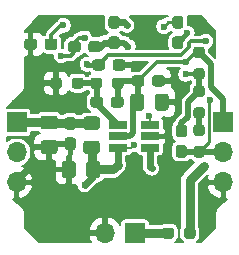
<source format=gbr>
%TF.GenerationSoftware,KiCad,Pcbnew,5.99.0+really5.1.10+dfsg1-1*%
%TF.CreationDate,2021-11-14T15:35:52+01:00*%
%TF.ProjectId,GBPOCKET_DCDC,4742504f-434b-4455-945f-444344432e6b,Rev1*%
%TF.SameCoordinates,PX7102aa0PY5f5e100*%
%TF.FileFunction,Copper,L1,Top*%
%TF.FilePolarity,Positive*%
%FSLAX46Y46*%
G04 Gerber Fmt 4.6, Leading zero omitted, Abs format (unit mm)*
G04 Created by KiCad (PCBNEW 5.99.0+really5.1.10+dfsg1-1) date 2021-11-14 15:35:52*
%MOMM*%
%LPD*%
G01*
G04 APERTURE LIST*
%TA.AperFunction,ComponentPad*%
%ADD10O,1.700000X1.700000*%
%TD*%
%TA.AperFunction,ComponentPad*%
%ADD11R,1.700000X1.700000*%
%TD*%
%TA.AperFunction,SMDPad,CuDef*%
%ADD12R,1.560000X0.650000*%
%TD*%
%TA.AperFunction,ViaPad*%
%ADD13C,0.600000*%
%TD*%
%TA.AperFunction,Conductor*%
%ADD14C,0.500000*%
%TD*%
%TA.AperFunction,Conductor*%
%ADD15C,0.600000*%
%TD*%
%TA.AperFunction,Conductor*%
%ADD16C,0.400000*%
%TD*%
%TA.AperFunction,Conductor*%
%ADD17C,0.250000*%
%TD*%
%TA.AperFunction,Conductor*%
%ADD18C,0.300000*%
%TD*%
%TA.AperFunction,Conductor*%
%ADD19C,0.800000*%
%TD*%
%TA.AperFunction,Conductor*%
%ADD20C,0.200000*%
%TD*%
%TA.AperFunction,Conductor*%
%ADD21C,0.100000*%
%TD*%
G04 APERTURE END LIST*
D10*
%TO.P,J3,2*%
%TO.N,GND*%
X8730000Y1200000D03*
D11*
%TO.P,J3,1*%
%TO.N,Net-(J3-Pad1)*%
X11270000Y1200000D03*
%TD*%
%TO.P,FB1,2*%
%TO.N,+BATT*%
%TA.AperFunction,SMDPad,CuDef*%
G36*
G01*
X8050001Y9950000D02*
X7149999Y9950000D01*
G75*
G02*
X6900000Y10199999I0J249999D01*
G01*
X6900000Y10850001D01*
G75*
G02*
X7149999Y11100000I249999J0D01*
G01*
X8050001Y11100000D01*
G75*
G02*
X8300000Y10850001I0J-249999D01*
G01*
X8300000Y10199999D01*
G75*
G02*
X8050001Y9950000I-249999J0D01*
G01*
G37*
%TD.AperFunction*%
%TO.P,FB1,1*%
%TO.N,+VSW*%
%TA.AperFunction,SMDPad,CuDef*%
G36*
G01*
X8050001Y7900000D02*
X7149999Y7900000D01*
G75*
G02*
X6900000Y8149999I0J249999D01*
G01*
X6900000Y8800001D01*
G75*
G02*
X7149999Y9050000I249999J0D01*
G01*
X8050001Y9050000D01*
G75*
G02*
X8300000Y8800001I0J-249999D01*
G01*
X8300000Y8149999D01*
G75*
G02*
X8050001Y7900000I-249999J0D01*
G01*
G37*
%TD.AperFunction*%
%TD*%
%TO.P,C12,2*%
%TO.N,GND*%
%TA.AperFunction,SMDPad,CuDef*%
G36*
G01*
X6250000Y7075000D02*
X6250000Y6125000D01*
G75*
G02*
X6000000Y5875000I-250000J0D01*
G01*
X5325000Y5875000D01*
G75*
G02*
X5075000Y6125000I0J250000D01*
G01*
X5075000Y7075000D01*
G75*
G02*
X5325000Y7325000I250000J0D01*
G01*
X6000000Y7325000D01*
G75*
G02*
X6250000Y7075000I0J-250000D01*
G01*
G37*
%TD.AperFunction*%
%TO.P,C12,1*%
%TO.N,+VSW*%
%TA.AperFunction,SMDPad,CuDef*%
G36*
G01*
X8325000Y7075000D02*
X8325000Y6125000D01*
G75*
G02*
X8075000Y5875000I-250000J0D01*
G01*
X7400000Y5875000D01*
G75*
G02*
X7150000Y6125000I0J250000D01*
G01*
X7150000Y7075000D01*
G75*
G02*
X7400000Y7325000I250000J0D01*
G01*
X8075000Y7325000D01*
G75*
G02*
X8325000Y7075000I0J-250000D01*
G01*
G37*
%TD.AperFunction*%
%TD*%
%TO.P,R6,2*%
%TO.N,Net-(J3-Pad1)*%
%TA.AperFunction,SMDPad,CuDef*%
G36*
G01*
X14575000Y1437500D02*
X14575000Y962500D01*
G75*
G02*
X14337500Y725000I-237500J0D01*
G01*
X13837500Y725000D01*
G75*
G02*
X13600000Y962500I0J237500D01*
G01*
X13600000Y1437500D01*
G75*
G02*
X13837500Y1675000I237500J0D01*
G01*
X14337500Y1675000D01*
G75*
G02*
X14575000Y1437500I0J-237500D01*
G01*
G37*
%TD.AperFunction*%
%TO.P,R6,1*%
%TO.N,+5V*%
%TA.AperFunction,SMDPad,CuDef*%
G36*
G01*
X16400000Y1437500D02*
X16400000Y962500D01*
G75*
G02*
X16162500Y725000I-237500J0D01*
G01*
X15662500Y725000D01*
G75*
G02*
X15425000Y962500I0J237500D01*
G01*
X15425000Y1437500D01*
G75*
G02*
X15662500Y1675000I237500J0D01*
G01*
X16162500Y1675000D01*
G75*
G02*
X16400000Y1437500I0J-237500D01*
G01*
G37*
%TD.AperFunction*%
%TD*%
D10*
%TO.P,J2,3*%
%TO.N,GND*%
X1250000Y5500000D03*
%TO.P,J2,2*%
%TO.N,N/C*%
X1250000Y8040000D03*
D11*
%TO.P,J2,1*%
%TO.N,+BATT*%
X1250000Y10580000D03*
%TD*%
D12*
%TO.P,U1,5*%
%TO.N,+5V*%
X9850000Y9400000D03*
%TO.P,U1,6*%
%TO.N,+VSW*%
X9850000Y8450000D03*
%TO.P,U1,4*%
%TO.N,/FB*%
X9850000Y10350000D03*
%TO.P,U1,3*%
%TO.N,+VSW*%
X12550000Y10350000D03*
%TO.P,U1,2*%
%TO.N,GND*%
X12550000Y9400000D03*
%TO.P,U1,1*%
%TO.N,Net-(L1-Pad1)*%
X12550000Y8450000D03*
%TD*%
%TO.P,R5,2*%
%TO.N,GND*%
%TA.AperFunction,SMDPad,CuDef*%
G36*
G01*
X5075000Y14137500D02*
X5075000Y13662500D01*
G75*
G02*
X4837500Y13425000I-237500J0D01*
G01*
X4337500Y13425000D01*
G75*
G02*
X4100000Y13662500I0J237500D01*
G01*
X4100000Y14137500D01*
G75*
G02*
X4337500Y14375000I237500J0D01*
G01*
X4837500Y14375000D01*
G75*
G02*
X5075000Y14137500I0J-237500D01*
G01*
G37*
%TD.AperFunction*%
%TO.P,R5,1*%
%TO.N,/FB*%
%TA.AperFunction,SMDPad,CuDef*%
G36*
G01*
X6900000Y14137500D02*
X6900000Y13662500D01*
G75*
G02*
X6662500Y13425000I-237500J0D01*
G01*
X6162500Y13425000D01*
G75*
G02*
X5925000Y13662500I0J237500D01*
G01*
X5925000Y14137500D01*
G75*
G02*
X6162500Y14375000I237500J0D01*
G01*
X6662500Y14375000D01*
G75*
G02*
X6900000Y14137500I0J-237500D01*
G01*
G37*
%TD.AperFunction*%
%TD*%
%TO.P,R4,2*%
%TO.N,/FB*%
%TA.AperFunction,SMDPad,CuDef*%
G36*
G01*
X8475000Y14137500D02*
X8475000Y13662500D01*
G75*
G02*
X8237500Y13425000I-237500J0D01*
G01*
X7737500Y13425000D01*
G75*
G02*
X7500000Y13662500I0J237500D01*
G01*
X7500000Y14137500D01*
G75*
G02*
X7737500Y14375000I237500J0D01*
G01*
X8237500Y14375000D01*
G75*
G02*
X8475000Y14137500I0J-237500D01*
G01*
G37*
%TD.AperFunction*%
%TO.P,R4,1*%
%TO.N,+5V*%
%TA.AperFunction,SMDPad,CuDef*%
G36*
G01*
X10300000Y14137500D02*
X10300000Y13662500D01*
G75*
G02*
X10062500Y13425000I-237500J0D01*
G01*
X9562500Y13425000D01*
G75*
G02*
X9325000Y13662500I0J237500D01*
G01*
X9325000Y14137500D01*
G75*
G02*
X9562500Y14375000I237500J0D01*
G01*
X10062500Y14375000D01*
G75*
G02*
X10300000Y14137500I0J-237500D01*
G01*
G37*
%TD.AperFunction*%
%TD*%
%TO.P,R3,2*%
%TO.N,-18V*%
%TA.AperFunction,SMDPad,CuDef*%
G36*
G01*
X16462500Y8575000D02*
X16937500Y8575000D01*
G75*
G02*
X17175000Y8337500I0J-237500D01*
G01*
X17175000Y7837500D01*
G75*
G02*
X16937500Y7600000I-237500J0D01*
G01*
X16462500Y7600000D01*
G75*
G02*
X16225000Y7837500I0J237500D01*
G01*
X16225000Y8337500D01*
G75*
G02*
X16462500Y8575000I237500J0D01*
G01*
G37*
%TD.AperFunction*%
%TO.P,R3,1*%
%TO.N,Net-(R2-Pad2)*%
%TA.AperFunction,SMDPad,CuDef*%
G36*
G01*
X16462500Y10400000D02*
X16937500Y10400000D01*
G75*
G02*
X17175000Y10162500I0J-237500D01*
G01*
X17175000Y9662500D01*
G75*
G02*
X16937500Y9425000I-237500J0D01*
G01*
X16462500Y9425000D01*
G75*
G02*
X16225000Y9662500I0J237500D01*
G01*
X16225000Y10162500D01*
G75*
G02*
X16462500Y10400000I237500J0D01*
G01*
G37*
%TD.AperFunction*%
%TD*%
%TO.P,R2,2*%
%TO.N,Net-(R2-Pad2)*%
%TA.AperFunction,SMDPad,CuDef*%
G36*
G01*
X16462500Y11875000D02*
X16937500Y11875000D01*
G75*
G02*
X17175000Y11637500I0J-237500D01*
G01*
X17175000Y11137500D01*
G75*
G02*
X16937500Y10900000I-237500J0D01*
G01*
X16462500Y10900000D01*
G75*
G02*
X16225000Y11137500I0J237500D01*
G01*
X16225000Y11637500D01*
G75*
G02*
X16462500Y11875000I237500J0D01*
G01*
G37*
%TD.AperFunction*%
%TO.P,R2,1*%
%TO.N,/FB_NEG*%
%TA.AperFunction,SMDPad,CuDef*%
G36*
G01*
X16462500Y13700000D02*
X16937500Y13700000D01*
G75*
G02*
X17175000Y13462500I0J-237500D01*
G01*
X17175000Y12962500D01*
G75*
G02*
X16937500Y12725000I-237500J0D01*
G01*
X16462500Y12725000D01*
G75*
G02*
X16225000Y12962500I0J237500D01*
G01*
X16225000Y13462500D01*
G75*
G02*
X16462500Y13700000I237500J0D01*
G01*
G37*
%TD.AperFunction*%
%TD*%
%TO.P,R1,2*%
%TO.N,/FB_NEG*%
%TA.AperFunction,SMDPad,CuDef*%
G36*
G01*
X16462500Y15175000D02*
X16937500Y15175000D01*
G75*
G02*
X17175000Y14937500I0J-237500D01*
G01*
X17175000Y14437500D01*
G75*
G02*
X16937500Y14200000I-237500J0D01*
G01*
X16462500Y14200000D01*
G75*
G02*
X16225000Y14437500I0J237500D01*
G01*
X16225000Y14937500D01*
G75*
G02*
X16462500Y15175000I237500J0D01*
G01*
G37*
%TD.AperFunction*%
%TO.P,R1,1*%
%TO.N,+5V*%
%TA.AperFunction,SMDPad,CuDef*%
G36*
G01*
X16462500Y17000000D02*
X16937500Y17000000D01*
G75*
G02*
X17175000Y16762500I0J-237500D01*
G01*
X17175000Y16262500D01*
G75*
G02*
X16937500Y16025000I-237500J0D01*
G01*
X16462500Y16025000D01*
G75*
G02*
X16225000Y16262500I0J237500D01*
G01*
X16225000Y16762500D01*
G75*
G02*
X16462500Y17000000I237500J0D01*
G01*
G37*
%TD.AperFunction*%
%TD*%
D10*
%TO.P,J1,3*%
%TO.N,GND*%
X18750000Y5500000D03*
%TO.P,J1,2*%
%TO.N,-18V*%
X18750000Y8040000D03*
D11*
%TO.P,J1,1*%
%TO.N,+5V*%
X18750000Y10580000D03*
%TD*%
%TO.P,C11,2*%
%TO.N,/FB*%
%TA.AperFunction,SMDPad,CuDef*%
G36*
G01*
X8575000Y12537500D02*
X8575000Y12062500D01*
G75*
G02*
X8337500Y11825000I-237500J0D01*
G01*
X7737500Y11825000D01*
G75*
G02*
X7500000Y12062500I0J237500D01*
G01*
X7500000Y12537500D01*
G75*
G02*
X7737500Y12775000I237500J0D01*
G01*
X8337500Y12775000D01*
G75*
G02*
X8575000Y12537500I0J-237500D01*
G01*
G37*
%TD.AperFunction*%
%TO.P,C11,1*%
%TO.N,+5V*%
%TA.AperFunction,SMDPad,CuDef*%
G36*
G01*
X10300000Y12537500D02*
X10300000Y12062500D01*
G75*
G02*
X10062500Y11825000I-237500J0D01*
G01*
X9462500Y11825000D01*
G75*
G02*
X9225000Y12062500I0J237500D01*
G01*
X9225000Y12537500D01*
G75*
G02*
X9462500Y12775000I237500J0D01*
G01*
X10062500Y12775000D01*
G75*
G02*
X10300000Y12537500I0J-237500D01*
G01*
G37*
%TD.AperFunction*%
%TD*%
%TO.P,C10,2*%
%TO.N,-18V*%
%TA.AperFunction,SMDPad,CuDef*%
G36*
G01*
X14962500Y8675000D02*
X15437500Y8675000D01*
G75*
G02*
X15675000Y8437500I0J-237500D01*
G01*
X15675000Y7837500D01*
G75*
G02*
X15437500Y7600000I-237500J0D01*
G01*
X14962500Y7600000D01*
G75*
G02*
X14725000Y7837500I0J237500D01*
G01*
X14725000Y8437500D01*
G75*
G02*
X14962500Y8675000I237500J0D01*
G01*
G37*
%TD.AperFunction*%
%TO.P,C10,1*%
%TO.N,/FB_NEG*%
%TA.AperFunction,SMDPad,CuDef*%
G36*
G01*
X14962500Y10400000D02*
X15437500Y10400000D01*
G75*
G02*
X15675000Y10162500I0J-237500D01*
G01*
X15675000Y9562500D01*
G75*
G02*
X15437500Y9325000I-237500J0D01*
G01*
X14962500Y9325000D01*
G75*
G02*
X14725000Y9562500I0J237500D01*
G01*
X14725000Y10162500D01*
G75*
G02*
X14962500Y10400000I237500J0D01*
G01*
G37*
%TD.AperFunction*%
%TD*%
%TO.P,C9,2*%
%TO.N,GND*%
%TA.AperFunction,SMDPad,CuDef*%
G36*
G01*
X12725000Y13862500D02*
X12725000Y14337500D01*
G75*
G02*
X12962500Y14575000I237500J0D01*
G01*
X13562500Y14575000D01*
G75*
G02*
X13800000Y14337500I0J-237500D01*
G01*
X13800000Y13862500D01*
G75*
G02*
X13562500Y13625000I-237500J0D01*
G01*
X12962500Y13625000D01*
G75*
G02*
X12725000Y13862500I0J237500D01*
G01*
G37*
%TD.AperFunction*%
%TO.P,C9,1*%
%TO.N,+5V*%
%TA.AperFunction,SMDPad,CuDef*%
G36*
G01*
X11000000Y13862500D02*
X11000000Y14337500D01*
G75*
G02*
X11237500Y14575000I237500J0D01*
G01*
X11837500Y14575000D01*
G75*
G02*
X12075000Y14337500I0J-237500D01*
G01*
X12075000Y13862500D01*
G75*
G02*
X11837500Y13625000I-237500J0D01*
G01*
X11237500Y13625000D01*
G75*
G02*
X11000000Y13862500I0J237500D01*
G01*
G37*
%TD.AperFunction*%
%TD*%
%TO.P,C8,2*%
%TO.N,Net-(C8-Pad2)*%
%TA.AperFunction,SMDPad,CuDef*%
G36*
G01*
X15137500Y18525000D02*
X14662500Y18525000D01*
G75*
G02*
X14425000Y18762500I0J237500D01*
G01*
X14425000Y19362500D01*
G75*
G02*
X14662500Y19600000I237500J0D01*
G01*
X15137500Y19600000D01*
G75*
G02*
X15375000Y19362500I0J-237500D01*
G01*
X15375000Y18762500D01*
G75*
G02*
X15137500Y18525000I-237500J0D01*
G01*
G37*
%TD.AperFunction*%
%TO.P,C8,1*%
%TO.N,Net-(C8-Pad1)*%
%TA.AperFunction,SMDPad,CuDef*%
G36*
G01*
X15137500Y16800000D02*
X14662500Y16800000D01*
G75*
G02*
X14425000Y17037500I0J237500D01*
G01*
X14425000Y17637500D01*
G75*
G02*
X14662500Y17875000I237500J0D01*
G01*
X15137500Y17875000D01*
G75*
G02*
X15375000Y17637500I0J-237500D01*
G01*
X15375000Y17037500D01*
G75*
G02*
X15137500Y16800000I-237500J0D01*
G01*
G37*
%TD.AperFunction*%
%TD*%
%TO.P,C7,2*%
%TO.N,GND*%
%TA.AperFunction,SMDPad,CuDef*%
G36*
G01*
X12950000Y11825000D02*
X12950000Y12775000D01*
G75*
G02*
X13200000Y13025000I250000J0D01*
G01*
X13875000Y13025000D01*
G75*
G02*
X14125000Y12775000I0J-250000D01*
G01*
X14125000Y11825000D01*
G75*
G02*
X13875000Y11575000I-250000J0D01*
G01*
X13200000Y11575000D01*
G75*
G02*
X12950000Y11825000I0J250000D01*
G01*
G37*
%TD.AperFunction*%
%TO.P,C7,1*%
%TO.N,+5V*%
%TA.AperFunction,SMDPad,CuDef*%
G36*
G01*
X10875000Y11825000D02*
X10875000Y12775000D01*
G75*
G02*
X11125000Y13025000I250000J0D01*
G01*
X11800000Y13025000D01*
G75*
G02*
X12050000Y12775000I0J-250000D01*
G01*
X12050000Y11825000D01*
G75*
G02*
X11800000Y11575000I-250000J0D01*
G01*
X11125000Y11575000D01*
G75*
G02*
X10875000Y11825000I0J250000D01*
G01*
G37*
%TD.AperFunction*%
%TD*%
%TO.P,C6,2*%
%TO.N,Net-(C6-Pad2)*%
%TA.AperFunction,SMDPad,CuDef*%
G36*
G01*
X9737500Y18525000D02*
X9262500Y18525000D01*
G75*
G02*
X9025000Y18762500I0J237500D01*
G01*
X9025000Y19362500D01*
G75*
G02*
X9262500Y19600000I237500J0D01*
G01*
X9737500Y19600000D01*
G75*
G02*
X9975000Y19362500I0J-237500D01*
G01*
X9975000Y18762500D01*
G75*
G02*
X9737500Y18525000I-237500J0D01*
G01*
G37*
%TD.AperFunction*%
%TO.P,C6,1*%
%TO.N,Net-(C5-Pad2)*%
%TA.AperFunction,SMDPad,CuDef*%
G36*
G01*
X9737500Y16800000D02*
X9262500Y16800000D01*
G75*
G02*
X9025000Y17037500I0J237500D01*
G01*
X9025000Y17637500D01*
G75*
G02*
X9262500Y17875000I237500J0D01*
G01*
X9737500Y17875000D01*
G75*
G02*
X9975000Y17637500I0J-237500D01*
G01*
X9975000Y17037500D01*
G75*
G02*
X9737500Y16800000I-237500J0D01*
G01*
G37*
%TD.AperFunction*%
%TD*%
%TO.P,C5,2*%
%TO.N,Net-(C5-Pad2)*%
%TA.AperFunction,SMDPad,CuDef*%
G36*
G01*
X7325000Y16762500D02*
X7325000Y17237500D01*
G75*
G02*
X7562500Y17475000I237500J0D01*
G01*
X8162500Y17475000D01*
G75*
G02*
X8400000Y17237500I0J-237500D01*
G01*
X8400000Y16762500D01*
G75*
G02*
X8162500Y16525000I-237500J0D01*
G01*
X7562500Y16525000D01*
G75*
G02*
X7325000Y16762500I0J237500D01*
G01*
G37*
%TD.AperFunction*%
%TO.P,C5,1*%
%TO.N,Net-(C5-Pad1)*%
%TA.AperFunction,SMDPad,CuDef*%
G36*
G01*
X5600000Y16762500D02*
X5600000Y17237500D01*
G75*
G02*
X5837500Y17475000I237500J0D01*
G01*
X6437500Y17475000D01*
G75*
G02*
X6675000Y17237500I0J-237500D01*
G01*
X6675000Y16762500D01*
G75*
G02*
X6437500Y16525000I-237500J0D01*
G01*
X5837500Y16525000D01*
G75*
G02*
X5600000Y16762500I0J237500D01*
G01*
G37*
%TD.AperFunction*%
%TD*%
%TO.P,C4,2*%
%TO.N,GND*%
%TA.AperFunction,SMDPad,CuDef*%
G36*
G01*
X5562500Y9312500D02*
X6037500Y9312500D01*
G75*
G02*
X6275000Y9075000I0J-237500D01*
G01*
X6275000Y8475000D01*
G75*
G02*
X6037500Y8237500I-237500J0D01*
G01*
X5562500Y8237500D01*
G75*
G02*
X5325000Y8475000I0J237500D01*
G01*
X5325000Y9075000D01*
G75*
G02*
X5562500Y9312500I237500J0D01*
G01*
G37*
%TD.AperFunction*%
%TO.P,C4,1*%
%TO.N,+BATT*%
%TA.AperFunction,SMDPad,CuDef*%
G36*
G01*
X5562500Y11037500D02*
X6037500Y11037500D01*
G75*
G02*
X6275000Y10800000I0J-237500D01*
G01*
X6275000Y10200000D01*
G75*
G02*
X6037500Y9962500I-237500J0D01*
G01*
X5562500Y9962500D01*
G75*
G02*
X5325000Y10200000I0J237500D01*
G01*
X5325000Y10800000D01*
G75*
G02*
X5562500Y11037500I237500J0D01*
G01*
G37*
%TD.AperFunction*%
%TD*%
%TO.P,C3,2*%
%TO.N,GND*%
%TA.AperFunction,SMDPad,CuDef*%
G36*
G01*
X2975000Y17437500D02*
X2975000Y16962500D01*
G75*
G02*
X2737500Y16725000I-237500J0D01*
G01*
X2137500Y16725000D01*
G75*
G02*
X1900000Y16962500I0J237500D01*
G01*
X1900000Y17437500D01*
G75*
G02*
X2137500Y17675000I237500J0D01*
G01*
X2737500Y17675000D01*
G75*
G02*
X2975000Y17437500I0J-237500D01*
G01*
G37*
%TD.AperFunction*%
%TO.P,C3,1*%
%TO.N,Net-(C3-Pad1)*%
%TA.AperFunction,SMDPad,CuDef*%
G36*
G01*
X4700000Y17437500D02*
X4700000Y16962500D01*
G75*
G02*
X4462500Y16725000I-237500J0D01*
G01*
X3862500Y16725000D01*
G75*
G02*
X3625000Y16962500I0J237500D01*
G01*
X3625000Y17437500D01*
G75*
G02*
X3862500Y17675000I237500J0D01*
G01*
X4462500Y17675000D01*
G75*
G02*
X4700000Y17437500I0J-237500D01*
G01*
G37*
%TD.AperFunction*%
%TD*%
%TO.P,C2,2*%
%TO.N,GND*%
%TA.AperFunction,SMDPad,CuDef*%
G36*
G01*
X3525000Y9087500D02*
X4475000Y9087500D01*
G75*
G02*
X4725000Y8837500I0J-250000D01*
G01*
X4725000Y8162500D01*
G75*
G02*
X4475000Y7912500I-250000J0D01*
G01*
X3525000Y7912500D01*
G75*
G02*
X3275000Y8162500I0J250000D01*
G01*
X3275000Y8837500D01*
G75*
G02*
X3525000Y9087500I250000J0D01*
G01*
G37*
%TD.AperFunction*%
%TO.P,C2,1*%
%TO.N,+BATT*%
%TA.AperFunction,SMDPad,CuDef*%
G36*
G01*
X3525000Y11162500D02*
X4475000Y11162500D01*
G75*
G02*
X4725000Y10912500I0J-250000D01*
G01*
X4725000Y10237500D01*
G75*
G02*
X4475000Y9987500I-250000J0D01*
G01*
X3525000Y9987500D01*
G75*
G02*
X3275000Y10237500I0J250000D01*
G01*
X3275000Y10912500D01*
G75*
G02*
X3525000Y11162500I250000J0D01*
G01*
G37*
%TD.AperFunction*%
%TD*%
%TO.P,C1,2*%
%TO.N,GND*%
%TA.AperFunction,SMDPad,CuDef*%
G36*
G01*
X9375000Y15212500D02*
X9375000Y15687500D01*
G75*
G02*
X9612500Y15925000I237500J0D01*
G01*
X10212500Y15925000D01*
G75*
G02*
X10450000Y15687500I0J-237500D01*
G01*
X10450000Y15212500D01*
G75*
G02*
X10212500Y14975000I-237500J0D01*
G01*
X9612500Y14975000D01*
G75*
G02*
X9375000Y15212500I0J237500D01*
G01*
G37*
%TD.AperFunction*%
%TO.P,C1,1*%
%TO.N,-18V*%
%TA.AperFunction,SMDPad,CuDef*%
G36*
G01*
X7650000Y15212500D02*
X7650000Y15687500D01*
G75*
G02*
X7887500Y15925000I237500J0D01*
G01*
X8487500Y15925000D01*
G75*
G02*
X8725000Y15687500I0J-237500D01*
G01*
X8725000Y15212500D01*
G75*
G02*
X8487500Y14975000I-237500J0D01*
G01*
X7887500Y14975000D01*
G75*
G02*
X7650000Y15212500I0J237500D01*
G01*
G37*
%TD.AperFunction*%
%TD*%
D13*
%TO.N,GND*%
X14000000Y10300000D03*
X14000000Y9400000D03*
X14000000Y8500000D03*
X11200000Y7700000D03*
X8000000Y19300000D03*
X7900000Y18400000D03*
X11900000Y19300000D03*
X11900000Y18200000D03*
X11600000Y15400000D03*
X14650000Y14450000D03*
X15400000Y13300000D03*
X14850000Y12300000D03*
X4350000Y12450000D03*
X3200000Y13850000D03*
X4950000Y15250000D03*
X2300000Y15800000D03*
X2350000Y18450000D03*
X3000000Y19050000D03*
X16300000Y19200000D03*
X17550000Y18450000D03*
X17150000Y4650000D03*
X17950000Y3600000D03*
X17250000Y1200000D03*
X17150000Y2450000D03*
X14550000Y2400000D03*
X13050000Y2500000D03*
X14600000Y4700000D03*
X15200000Y6750000D03*
X13700000Y6600000D03*
X12900000Y5500000D03*
X12850000Y3500000D03*
X9900000Y2400000D03*
X7350000Y2650000D03*
X7050000Y4200000D03*
X6450000Y700000D03*
X3200000Y900000D03*
X2300000Y1950000D03*
X2250000Y3800000D03*
X5400000Y4700000D03*
X3850000Y5050000D03*
X3750000Y6700000D03*
X2400000Y9100000D03*
X1150000Y12200000D03*
X6650000Y11750000D03*
X2850000Y11800000D03*
X17850000Y16750000D03*
%TO.N,-18V*%
X7200012Y15500000D03*
X17250000Y17450000D03*
X17600000Y12500000D03*
%TO.N,Net-(C3-Pad1)*%
X5200000Y18800000D03*
%TO.N,Net-(C5-Pad2)*%
X10700000Y17000000D03*
%TO.N,Net-(C5-Pad1)*%
X7000000Y17750000D03*
X5006556Y16231521D03*
%TO.N,Net-(C6-Pad2)*%
X10600000Y18800000D03*
%TO.N,+5V*%
X17100000Y6900000D03*
X15609627Y15709627D03*
%TO.N,Net-(C8-Pad2)*%
X13700000Y18700000D03*
%TO.N,Net-(C8-Pad1)*%
X15700000Y18150000D03*
%TO.N,/FB_NEG*%
X15549999Y14649999D03*
%TO.N,Net-(L1-Pad1)*%
X12700000Y6700000D03*
%TO.N,+VSW*%
X7000000Y5300000D03*
X12500000Y11100000D03*
X11200000Y8700000D03*
%TD*%
D14*
%TO.N,GND*%
X4275000Y8775000D02*
X4000000Y8500000D01*
X5800000Y8775000D02*
X4275000Y8775000D01*
D15*
X2200000Y6700000D02*
X3750000Y6700000D01*
X1250000Y5750000D02*
X2200000Y6700000D01*
X1250000Y5500000D02*
X1250000Y5750000D01*
D14*
%TO.N,-18V*%
X16747500Y8040000D02*
X16700000Y8087500D01*
X18750000Y8040000D02*
X16747500Y8040000D01*
X15250000Y8087500D02*
X15200000Y8137500D01*
X16700000Y8087500D02*
X15250000Y8087500D01*
D16*
X7250012Y15450000D02*
X7200012Y15500000D01*
X8187500Y15450000D02*
X7250012Y15450000D01*
D17*
X17500016Y12400016D02*
X17600000Y12500000D01*
X16700000Y8087500D02*
X17500016Y8887516D01*
X17500016Y8887516D02*
X17500016Y12400016D01*
D18*
X15874990Y16944124D02*
X15874990Y17274990D01*
X15205876Y16275010D02*
X15874990Y16944124D01*
X9012510Y16275010D02*
X15205876Y16275010D01*
X8187500Y15450000D02*
X9012510Y16275010D01*
X16050000Y17450000D02*
X17250000Y17450000D01*
X15874990Y17274990D02*
X16050000Y17450000D01*
D19*
%TO.N,+BATT*%
X3995000Y10580000D02*
X4000000Y10575000D01*
X1250000Y10580000D02*
X3995000Y10580000D01*
X4075000Y10500000D02*
X4000000Y10575000D01*
X5800000Y10500000D02*
X4075000Y10500000D01*
X7575000Y10500000D02*
X7600000Y10525000D01*
X5800000Y10500000D02*
X7575000Y10500000D01*
D18*
%TO.N,Net-(C3-Pad1)*%
X4162500Y17962500D02*
X4162500Y17200000D01*
X5000000Y18800000D02*
X4162500Y17962500D01*
X5200000Y18800000D02*
X5000000Y18800000D01*
D15*
%TO.N,Net-(C5-Pad2)*%
X7900000Y17037500D02*
X7862500Y17000000D01*
X7862500Y17000000D02*
X8300000Y17000000D01*
X8637500Y17337500D02*
X9500000Y17337500D01*
X8300000Y17000000D02*
X8637500Y17337500D01*
D14*
X10362500Y17337500D02*
X10700000Y17000000D01*
X9500000Y17337500D02*
X10362500Y17337500D01*
D18*
%TO.N,Net-(C5-Pad1)*%
X6137500Y17000000D02*
X6137500Y16525000D01*
X6137500Y16525000D02*
X5844021Y16231521D01*
X5844021Y16231521D02*
X5006556Y16231521D01*
X6550000Y17750000D02*
X7000000Y17750000D01*
X6137500Y17337500D02*
X6550000Y17750000D01*
X6137500Y17000000D02*
X6137500Y17337500D01*
D20*
%TO.N,Net-(C6-Pad2)*%
X9537500Y18800000D02*
X9500000Y18762500D01*
D15*
X10337500Y19062500D02*
X10600000Y18800000D01*
X9500000Y19062500D02*
X10337500Y19062500D01*
D14*
%TO.N,+5V*%
X11537500Y12375000D02*
X11462500Y12300000D01*
X11537500Y14100000D02*
X11537500Y12375000D01*
X10012500Y14100000D02*
X9812500Y13900000D01*
X11537500Y14100000D02*
X10012500Y14100000D01*
X9812500Y12350000D02*
X9762500Y12300000D01*
X9812500Y13900000D02*
X9812500Y12350000D01*
X11100000Y11937500D02*
X11462500Y12300000D01*
X11100000Y9684998D02*
X11100000Y11937500D01*
X10815002Y9400000D02*
X11100000Y9684998D01*
X9850000Y9400000D02*
X10815002Y9400000D01*
D19*
X15912500Y5712500D02*
X17100000Y6900000D01*
X15912500Y1200000D02*
X15912500Y5712500D01*
D14*
X18700000Y10630000D02*
X18750000Y10580000D01*
X18700000Y12600000D02*
X18700000Y10630000D01*
X17700000Y13600000D02*
X18700000Y12600000D01*
X17700000Y15512500D02*
X17700000Y13600000D01*
X16700000Y16512500D02*
X17700000Y15512500D01*
D18*
X13147127Y15709627D02*
X15609627Y15709627D01*
X11537500Y14100000D02*
X13147127Y15709627D01*
X16700000Y16512500D02*
X16412500Y16512500D01*
X16412500Y16512500D02*
X15609627Y15709627D01*
%TO.N,Net-(C8-Pad2)*%
X13725000Y18725000D02*
X13700000Y18700000D01*
D17*
X14887500Y19050000D02*
X14900000Y19062500D01*
X14050000Y19050000D02*
X14887500Y19050000D01*
X13700000Y18700000D02*
X14050000Y19050000D01*
D16*
%TO.N,Net-(C8-Pad1)*%
X14900000Y17350000D02*
X15700000Y18150000D01*
X14900000Y17337500D02*
X14900000Y17350000D01*
D14*
%TO.N,/FB_NEG*%
X15200000Y9862500D02*
X15200000Y10500000D01*
X15774990Y12287490D02*
X16700000Y13212500D01*
X15774990Y11074990D02*
X15774990Y12287490D01*
X15200000Y10500000D02*
X15774990Y11074990D01*
X16700000Y14687500D02*
X16700000Y13212500D01*
D18*
X16700000Y14687500D02*
X15587500Y14687500D01*
X15587500Y14687500D02*
X15549999Y14649999D01*
D14*
%TO.N,/FB*%
X8037500Y13850000D02*
X7987500Y13900000D01*
X8037500Y12300000D02*
X8037500Y13850000D01*
X6412500Y13900000D02*
X7987500Y13900000D01*
X8037500Y12162500D02*
X9850000Y10350000D01*
X8037500Y12300000D02*
X8037500Y12162500D01*
D15*
%TO.N,Net-(L1-Pad1)*%
X12550000Y6850000D02*
X12700000Y6700000D01*
X12550000Y8450000D02*
X12550000Y6850000D01*
D14*
%TO.N,Net-(R2-Pad2)*%
X16700000Y9912500D02*
X16700000Y11387500D01*
D19*
%TO.N,+VSW*%
X7600000Y6737500D02*
X7737500Y6600000D01*
X7600000Y8475000D02*
X7600000Y6737500D01*
D15*
X7737500Y6037500D02*
X7000000Y5300000D01*
X7737500Y6600000D02*
X7737500Y6037500D01*
D20*
X12550000Y11050000D02*
X12500000Y11100000D01*
X12550000Y10350000D02*
X12550000Y11050000D01*
X9850000Y8450000D02*
X10950000Y8450000D01*
X10950000Y8450000D02*
X11200000Y8700000D01*
D19*
X7737500Y6600000D02*
X9400000Y6600000D01*
D15*
X9800000Y8400000D02*
X9850000Y8450000D01*
D19*
X9400000Y6600000D02*
X9800000Y7000000D01*
D15*
X9800000Y7000000D02*
X9800000Y8400000D01*
D19*
%TO.N,Net-(J3-Pad1)*%
X11270000Y1200000D02*
X14087500Y1200000D01*
%TD*%
D20*
%TO.N,GND*%
X17377452Y5967582D02*
X17349000Y5873766D01*
X17458683Y5650000D01*
X18600000Y5650000D01*
X18600000Y5670000D01*
X18900000Y5670000D01*
X18900000Y5650000D01*
X18920000Y5650000D01*
X18920000Y5350000D01*
X18900000Y5350000D01*
X18900000Y4207774D01*
X19039109Y4140149D01*
X18214243Y3315283D01*
X18198026Y3301974D01*
X18144916Y3237259D01*
X18105452Y3163426D01*
X18088522Y3107616D01*
X18081151Y3083315D01*
X18081150Y3083313D01*
X18075000Y3020873D01*
X18075000Y3020867D01*
X18072945Y3000000D01*
X18075000Y2979133D01*
X18075001Y1676042D01*
X16823960Y425000D01*
X16506846Y425000D01*
X16517751Y430829D01*
X16614649Y510351D01*
X16694171Y607249D01*
X16753261Y717799D01*
X16789648Y837752D01*
X16801935Y962500D01*
X16801935Y1437500D01*
X16789648Y1562248D01*
X16753261Y1682201D01*
X16712500Y1758460D01*
X16712500Y5126234D01*
X17349000Y5126234D01*
X17377452Y5032418D01*
X17495046Y4773632D01*
X17660867Y4542760D01*
X17868543Y4348674D01*
X18110092Y4198833D01*
X18376233Y4098995D01*
X18600000Y4207774D01*
X18600000Y5350000D01*
X17458683Y5350000D01*
X17349000Y5126234D01*
X16712500Y5126234D01*
X16712500Y5381130D01*
X17442831Y6111461D01*
X17377452Y5967582D01*
%TA.AperFunction,Conductor*%
D21*
G36*
X17377452Y5967582D02*
G01*
X17349000Y5873766D01*
X17458683Y5650000D01*
X18600000Y5650000D01*
X18600000Y5670000D01*
X18900000Y5670000D01*
X18900000Y5650000D01*
X18920000Y5650000D01*
X18920000Y5350000D01*
X18900000Y5350000D01*
X18900000Y4207774D01*
X19039109Y4140149D01*
X18214243Y3315283D01*
X18198026Y3301974D01*
X18144916Y3237259D01*
X18105452Y3163426D01*
X18088522Y3107616D01*
X18081151Y3083315D01*
X18081150Y3083313D01*
X18075000Y3020873D01*
X18075000Y3020867D01*
X18072945Y3000000D01*
X18075000Y2979133D01*
X18075001Y1676042D01*
X16823960Y425000D01*
X16506846Y425000D01*
X16517751Y430829D01*
X16614649Y510351D01*
X16694171Y607249D01*
X16753261Y717799D01*
X16789648Y837752D01*
X16801935Y962500D01*
X16801935Y1437500D01*
X16789648Y1562248D01*
X16753261Y1682201D01*
X16712500Y1758460D01*
X16712500Y5126234D01*
X17349000Y5126234D01*
X17377452Y5032418D01*
X17495046Y4773632D01*
X17660867Y4542760D01*
X17868543Y4348674D01*
X18110092Y4198833D01*
X18376233Y4098995D01*
X18600000Y4207774D01*
X18600000Y5350000D01*
X17458683Y5350000D01*
X17349000Y5126234D01*
X16712500Y5126234D01*
X16712500Y5381130D01*
X17442831Y6111461D01*
X17377452Y5967582D01*
G37*
%TD.AperFunction*%
D20*
X15006273Y15096223D02*
X14929667Y14981573D01*
X14876900Y14854181D01*
X14849999Y14718943D01*
X14849999Y14581055D01*
X14876900Y14445817D01*
X14929667Y14318425D01*
X15006273Y14203775D01*
X15103775Y14106273D01*
X15218425Y14029667D01*
X15345817Y13976900D01*
X15481055Y13949999D01*
X15618943Y13949999D01*
X15754181Y13976900D01*
X15881573Y14029667D01*
X15941255Y14069545D01*
X16010351Y13985351D01*
X16050000Y13952812D01*
X16050001Y13947188D01*
X16010351Y13914649D01*
X15930829Y13817751D01*
X15871739Y13707201D01*
X15835352Y13587248D01*
X15823065Y13462500D01*
X15823065Y13254803D01*
X15337948Y12769686D01*
X15313148Y12749333D01*
X15292795Y12724533D01*
X15292792Y12724530D01*
X15231920Y12650358D01*
X15171563Y12537437D01*
X15134396Y12414912D01*
X15121846Y12287490D01*
X15124991Y12255559D01*
X15124990Y11344228D01*
X14762958Y10982196D01*
X14738158Y10961843D01*
X14717805Y10937043D01*
X14717802Y10937040D01*
X14656930Y10862868D01*
X14624361Y10801935D01*
X14596573Y10749948D01*
X14570506Y10664017D01*
X14510351Y10614649D01*
X14430829Y10517751D01*
X14371739Y10407201D01*
X14335352Y10287248D01*
X14323065Y10162500D01*
X14323065Y9562500D01*
X14335352Y9437752D01*
X14371739Y9317799D01*
X14430829Y9207249D01*
X14510351Y9110351D01*
X14607249Y9030829D01*
X14664926Y9000000D01*
X14607249Y8969171D01*
X14510351Y8889649D01*
X14430829Y8792751D01*
X14371739Y8682201D01*
X14335352Y8562248D01*
X14323065Y8437500D01*
X14323065Y7837500D01*
X14335352Y7712752D01*
X14371739Y7592799D01*
X14430829Y7482249D01*
X14510351Y7385351D01*
X14607249Y7305829D01*
X14717799Y7246739D01*
X14837752Y7210352D01*
X14962500Y7198065D01*
X15437500Y7198065D01*
X15562248Y7210352D01*
X15682201Y7246739D01*
X15792751Y7305829D01*
X15889649Y7385351D01*
X15932447Y7437500D01*
X15967553Y7437500D01*
X16010351Y7385351D01*
X16107249Y7305829D01*
X16217799Y7246739D01*
X16292660Y7224030D01*
X15374598Y6305968D01*
X15344079Y6280922D01*
X15319032Y6250402D01*
X15319031Y6250401D01*
X15244107Y6159106D01*
X15169821Y6020127D01*
X15124077Y5869327D01*
X15108630Y5712500D01*
X15112501Y5673200D01*
X15112500Y1758460D01*
X15071739Y1682201D01*
X15035352Y1562248D01*
X15023065Y1437500D01*
X15023065Y962500D01*
X15035352Y837752D01*
X15071739Y717799D01*
X15130829Y607249D01*
X15210351Y510351D01*
X15307249Y430829D01*
X15318154Y425000D01*
X14681846Y425000D01*
X14692751Y430829D01*
X14789649Y510351D01*
X14869171Y607249D01*
X14928261Y717799D01*
X14964648Y837752D01*
X14976935Y962500D01*
X14976935Y1437500D01*
X14964648Y1562248D01*
X14928261Y1682201D01*
X14869171Y1792751D01*
X14789649Y1889649D01*
X14692751Y1969171D01*
X14582201Y2028261D01*
X14462248Y2064648D01*
X14337500Y2076935D01*
X13837500Y2076935D01*
X13712752Y2064648D01*
X13592799Y2028261D01*
X13539926Y2000000D01*
X12521935Y2000000D01*
X12521935Y2050000D01*
X12514212Y2128414D01*
X12491340Y2203814D01*
X12454197Y2273303D01*
X12404211Y2334211D01*
X12343303Y2384197D01*
X12273814Y2421340D01*
X12198414Y2444212D01*
X12120000Y2451935D01*
X10420000Y2451935D01*
X10341586Y2444212D01*
X10266186Y2421340D01*
X10196697Y2384197D01*
X10135789Y2334211D01*
X10085803Y2273303D01*
X10048660Y2203814D01*
X10025788Y2128414D01*
X10018065Y2050000D01*
X10018065Y1861029D01*
X9881326Y2081457D01*
X9687240Y2289133D01*
X9456368Y2454954D01*
X9197582Y2572548D01*
X9103766Y2601000D01*
X8880000Y2491317D01*
X8880000Y1350000D01*
X8900000Y1350000D01*
X8900000Y1050000D01*
X8880000Y1050000D01*
X8880000Y1030000D01*
X8580000Y1030000D01*
X8580000Y1050000D01*
X7437774Y1050000D01*
X7328995Y826233D01*
X7428833Y560092D01*
X7512635Y425000D01*
X3176041Y425000D01*
X2027274Y1573767D01*
X7328995Y1573767D01*
X7437774Y1350000D01*
X8580000Y1350000D01*
X8580000Y2491317D01*
X8356234Y2601000D01*
X8262418Y2572548D01*
X8003632Y2454954D01*
X7772760Y2289133D01*
X7578674Y2081457D01*
X7428833Y1839908D01*
X7328995Y1573767D01*
X2027274Y1573767D01*
X1925000Y1676040D01*
X1925000Y2979134D01*
X1927055Y3000001D01*
X1925000Y3020868D01*
X1925000Y3020874D01*
X1918850Y3083314D01*
X1894548Y3163427D01*
X1855084Y3237260D01*
X1801974Y3301974D01*
X1785763Y3315278D01*
X960891Y4140149D01*
X1100000Y4207774D01*
X1100000Y5350000D01*
X1400000Y5350000D01*
X1400000Y4207774D01*
X1623767Y4098995D01*
X1889908Y4198833D01*
X2131457Y4348674D01*
X2339133Y4542760D01*
X2504954Y4773632D01*
X2622548Y5032418D01*
X2651000Y5126234D01*
X2541317Y5350000D01*
X1400000Y5350000D01*
X1100000Y5350000D01*
X1080000Y5350000D01*
X1080000Y5650000D01*
X1100000Y5650000D01*
X1100000Y5670000D01*
X1400000Y5670000D01*
X1400000Y5650000D01*
X2541317Y5650000D01*
X2651000Y5873766D01*
X2650626Y5875000D01*
X4472097Y5875000D01*
X4483682Y5757379D01*
X4517990Y5644279D01*
X4573704Y5540045D01*
X4648683Y5448683D01*
X4740045Y5373704D01*
X4844279Y5317990D01*
X4957379Y5283682D01*
X5075000Y5272097D01*
X5362500Y5275000D01*
X5512500Y5425000D01*
X5512500Y6450000D01*
X4625000Y6450000D01*
X4475000Y6300000D01*
X4472097Y5875000D01*
X2650626Y5875000D01*
X2622548Y5967582D01*
X2504954Y6226368D01*
X2339133Y6457240D01*
X2131457Y6651326D01*
X1889908Y6801167D01*
X1698735Y6872882D01*
X1842097Y6932265D01*
X2046828Y7069062D01*
X2220938Y7243172D01*
X2357735Y7447903D01*
X2451963Y7675389D01*
X2499127Y7912500D01*
X2672097Y7912500D01*
X2683682Y7794879D01*
X2717990Y7681779D01*
X2773704Y7577545D01*
X2848683Y7486183D01*
X2940045Y7411204D01*
X3044279Y7355490D01*
X3157379Y7321182D01*
X3275000Y7309597D01*
X3700000Y7312500D01*
X3850000Y7462500D01*
X3850000Y8350000D01*
X2825000Y8350000D01*
X2675000Y8200000D01*
X2672097Y7912500D01*
X2499127Y7912500D01*
X2500000Y7916886D01*
X2500000Y8163114D01*
X2451963Y8404611D01*
X2357735Y8632097D01*
X2220938Y8836828D01*
X2046828Y9010938D01*
X1842097Y9147735D01*
X1614611Y9241963D01*
X1373114Y9290000D01*
X1126886Y9290000D01*
X885389Y9241963D01*
X657903Y9147735D01*
X453172Y9010938D01*
X425000Y8982766D01*
X425000Y9328065D01*
X2100000Y9328065D01*
X2178414Y9335788D01*
X2253814Y9358660D01*
X2323303Y9395803D01*
X2384211Y9445789D01*
X2434197Y9506697D01*
X2471340Y9576186D01*
X2494212Y9651586D01*
X2501935Y9730000D01*
X2501935Y9780000D01*
X3061149Y9780000D01*
X3064012Y9776512D01*
X3162804Y9695436D01*
X3188213Y9681855D01*
X3157379Y9678818D01*
X3044279Y9644510D01*
X2940045Y9588796D01*
X2848683Y9513817D01*
X2773704Y9422455D01*
X2717990Y9318221D01*
X2683682Y9205121D01*
X2672097Y9087500D01*
X2675000Y8800000D01*
X2825000Y8650000D01*
X3850000Y8650000D01*
X3850000Y8670000D01*
X4150000Y8670000D01*
X4150000Y8650000D01*
X4170000Y8650000D01*
X4170000Y8350000D01*
X4150000Y8350000D01*
X4150000Y7462500D01*
X4300000Y7312500D01*
X4472190Y7311324D01*
X4475000Y6900000D01*
X4625000Y6750000D01*
X5512500Y6750000D01*
X5512500Y7650000D01*
X5650000Y7787500D01*
X5650000Y8625000D01*
X5630000Y8625000D01*
X5630000Y8925000D01*
X5650000Y8925000D01*
X5650000Y8945000D01*
X5950000Y8945000D01*
X5950000Y8925000D01*
X5970000Y8925000D01*
X5970000Y8625000D01*
X5950000Y8625000D01*
X5950000Y7912500D01*
X5812500Y7775000D01*
X5812500Y6750000D01*
X5832500Y6750000D01*
X5832500Y6450000D01*
X5812500Y6450000D01*
X5812500Y5425000D01*
X5962500Y5275000D01*
X6250000Y5272097D01*
X6298887Y5276912D01*
X6300000Y5265613D01*
X6300000Y5231056D01*
X6306742Y5197161D01*
X6310129Y5162777D01*
X6320159Y5129712D01*
X6326901Y5095818D01*
X6340124Y5063895D01*
X6350155Y5030826D01*
X6366445Y5000349D01*
X6379668Y4968426D01*
X6398865Y4939695D01*
X6415155Y4909219D01*
X6437074Y4882511D01*
X6456274Y4853776D01*
X6480716Y4829334D01*
X6502631Y4802631D01*
X6529334Y4780716D01*
X6553776Y4756274D01*
X6582511Y4737074D01*
X6609219Y4715155D01*
X6639695Y4698865D01*
X6668426Y4679668D01*
X6700349Y4666445D01*
X6730826Y4650155D01*
X6763895Y4640124D01*
X6795818Y4626901D01*
X6829712Y4620159D01*
X6862777Y4610129D01*
X6897161Y4606742D01*
X6931056Y4600000D01*
X6965613Y4600000D01*
X7000000Y4596613D01*
X7034387Y4600000D01*
X7068944Y4600000D01*
X7102839Y4606742D01*
X7137223Y4610129D01*
X7170288Y4620159D01*
X7204182Y4626901D01*
X7236105Y4640124D01*
X7269174Y4650155D01*
X7299651Y4666445D01*
X7331574Y4679668D01*
X7360305Y4698865D01*
X7390781Y4715155D01*
X7417490Y4737075D01*
X7446224Y4756274D01*
X7543726Y4853776D01*
X7543728Y4853779D01*
X8172630Y5482681D01*
X8202186Y5485592D01*
X8324485Y5522691D01*
X8437196Y5582936D01*
X8535988Y5664012D01*
X8617064Y5762804D01*
X8636946Y5800000D01*
X9360709Y5800000D01*
X9400000Y5796130D01*
X9439291Y5800000D01*
X9439293Y5800000D01*
X9556827Y5811576D01*
X9707628Y5857321D01*
X9846606Y5931607D01*
X9968422Y6031578D01*
X9993473Y6062103D01*
X10393469Y6462099D01*
X10468393Y6553394D01*
X10542678Y6692372D01*
X10588423Y6843172D01*
X10603869Y6999999D01*
X10588423Y7156826D01*
X10542678Y7307627D01*
X10500000Y7387473D01*
X10500000Y7723065D01*
X10630000Y7723065D01*
X10708414Y7730788D01*
X10783814Y7753660D01*
X10853303Y7790803D01*
X10914211Y7840789D01*
X10964197Y7901697D01*
X10990875Y7951607D01*
X11048017Y7957235D01*
X11142267Y7985825D01*
X11168786Y8000000D01*
X11268944Y8000000D01*
X11383035Y8022695D01*
X11398660Y7971186D01*
X11435803Y7901697D01*
X11485789Y7840789D01*
X11546697Y7790803D01*
X11616186Y7753660D01*
X11691586Y7730788D01*
X11770000Y7723065D01*
X11850000Y7723065D01*
X11850001Y6884397D01*
X11846613Y6850000D01*
X11851423Y6801167D01*
X11860129Y6712776D01*
X11872271Y6672750D01*
X11900155Y6580826D01*
X11965155Y6459219D01*
X12001318Y6415155D01*
X12052631Y6352630D01*
X12079342Y6330709D01*
X12156272Y6253779D01*
X12156274Y6253776D01*
X12253776Y6156274D01*
X12282510Y6137075D01*
X12309219Y6115155D01*
X12339695Y6098865D01*
X12368426Y6079668D01*
X12400349Y6066445D01*
X12430826Y6050155D01*
X12463895Y6040124D01*
X12495818Y6026901D01*
X12529710Y6020159D01*
X12562776Y6010129D01*
X12597162Y6006742D01*
X12631056Y6000000D01*
X12665612Y6000000D01*
X12699999Y5996613D01*
X12734386Y6000000D01*
X12768944Y6000000D01*
X12802840Y6006742D01*
X12837223Y6010129D01*
X12870288Y6020159D01*
X12904182Y6026901D01*
X12936105Y6040124D01*
X12969174Y6050155D01*
X12999651Y6066445D01*
X13031574Y6079668D01*
X13060305Y6098865D01*
X13090781Y6115155D01*
X13117489Y6137074D01*
X13146224Y6156274D01*
X13170666Y6180716D01*
X13197369Y6202631D01*
X13219284Y6229334D01*
X13243726Y6253776D01*
X13262926Y6282511D01*
X13284845Y6309219D01*
X13301135Y6339695D01*
X13320332Y6368426D01*
X13333555Y6400349D01*
X13349845Y6430826D01*
X13359876Y6463895D01*
X13373099Y6495818D01*
X13379841Y6529712D01*
X13389871Y6562777D01*
X13393258Y6597160D01*
X13400000Y6631056D01*
X13400000Y6665614D01*
X13403387Y6700001D01*
X13400000Y6734388D01*
X13400000Y6768944D01*
X13393258Y6802838D01*
X13389871Y6837224D01*
X13379841Y6870290D01*
X13373099Y6904182D01*
X13359876Y6936105D01*
X13349845Y6969174D01*
X13333555Y6999651D01*
X13320332Y7031574D01*
X13301135Y7060305D01*
X13284845Y7090781D01*
X13262925Y7117490D01*
X13250000Y7136834D01*
X13250000Y7723065D01*
X13330000Y7723065D01*
X13408414Y7730788D01*
X13483814Y7753660D01*
X13553303Y7790803D01*
X13614211Y7840789D01*
X13664197Y7901697D01*
X13701340Y7971186D01*
X13724212Y8046586D01*
X13731935Y8125000D01*
X13731935Y8628673D01*
X13756317Y8648683D01*
X13831296Y8740045D01*
X13887010Y8844279D01*
X13921318Y8957379D01*
X13932903Y9075000D01*
X13930000Y9100000D01*
X13780000Y9250000D01*
X12700000Y9250000D01*
X12700000Y9230000D01*
X12400000Y9230000D01*
X12400000Y9250000D01*
X12380000Y9250000D01*
X12380000Y9550000D01*
X12400000Y9550000D01*
X12400000Y9570000D01*
X12700000Y9570000D01*
X12700000Y9550000D01*
X13780000Y9550000D01*
X13930000Y9700000D01*
X13932903Y9725000D01*
X13921318Y9842621D01*
X13887010Y9955721D01*
X13831296Y10059955D01*
X13756317Y10151317D01*
X13731935Y10171327D01*
X13731935Y10675000D01*
X13724212Y10753414D01*
X13701340Y10828814D01*
X13664197Y10898303D01*
X13614211Y10959211D01*
X13594972Y10975000D01*
X13687502Y10975000D01*
X13687502Y11124998D01*
X13837500Y10975000D01*
X14125000Y10972097D01*
X14242621Y10983682D01*
X14355721Y11017990D01*
X14459955Y11073704D01*
X14551317Y11148683D01*
X14626296Y11240045D01*
X14682010Y11344279D01*
X14716318Y11457379D01*
X14727903Y11575000D01*
X14725000Y12000000D01*
X14575000Y12150000D01*
X13687500Y12150000D01*
X13687500Y12130000D01*
X13387500Y12130000D01*
X13387500Y12150000D01*
X13367500Y12150000D01*
X13367500Y12450000D01*
X13387500Y12450000D01*
X13387500Y12470000D01*
X13687500Y12470000D01*
X13687500Y12450000D01*
X14575000Y12450000D01*
X14725000Y12600000D01*
X14727903Y13025000D01*
X14716318Y13142621D01*
X14682010Y13255721D01*
X14626296Y13359955D01*
X14551317Y13451317D01*
X14459955Y13526296D01*
X14396521Y13560202D01*
X14402903Y13625000D01*
X14400000Y13800000D01*
X14250000Y13950000D01*
X13412500Y13950000D01*
X13412500Y13930000D01*
X13112500Y13930000D01*
X13112500Y13950000D01*
X13092500Y13950000D01*
X13092500Y14250000D01*
X13112500Y14250000D01*
X13112500Y14270000D01*
X13412500Y14270000D01*
X13412500Y14250000D01*
X14250000Y14250000D01*
X14400000Y14400000D01*
X14402903Y14575000D01*
X14391318Y14692621D01*
X14357010Y14805721D01*
X14301296Y14909955D01*
X14226317Y15001317D01*
X14134955Y15076296D01*
X14030721Y15132010D01*
X13939679Y15159627D01*
X15069677Y15159627D01*
X15006273Y15096223D01*
%TA.AperFunction,Conductor*%
D21*
G36*
X15006273Y15096223D02*
G01*
X14929667Y14981573D01*
X14876900Y14854181D01*
X14849999Y14718943D01*
X14849999Y14581055D01*
X14876900Y14445817D01*
X14929667Y14318425D01*
X15006273Y14203775D01*
X15103775Y14106273D01*
X15218425Y14029667D01*
X15345817Y13976900D01*
X15481055Y13949999D01*
X15618943Y13949999D01*
X15754181Y13976900D01*
X15881573Y14029667D01*
X15941255Y14069545D01*
X16010351Y13985351D01*
X16050000Y13952812D01*
X16050001Y13947188D01*
X16010351Y13914649D01*
X15930829Y13817751D01*
X15871739Y13707201D01*
X15835352Y13587248D01*
X15823065Y13462500D01*
X15823065Y13254803D01*
X15337948Y12769686D01*
X15313148Y12749333D01*
X15292795Y12724533D01*
X15292792Y12724530D01*
X15231920Y12650358D01*
X15171563Y12537437D01*
X15134396Y12414912D01*
X15121846Y12287490D01*
X15124991Y12255559D01*
X15124990Y11344228D01*
X14762958Y10982196D01*
X14738158Y10961843D01*
X14717805Y10937043D01*
X14717802Y10937040D01*
X14656930Y10862868D01*
X14624361Y10801935D01*
X14596573Y10749948D01*
X14570506Y10664017D01*
X14510351Y10614649D01*
X14430829Y10517751D01*
X14371739Y10407201D01*
X14335352Y10287248D01*
X14323065Y10162500D01*
X14323065Y9562500D01*
X14335352Y9437752D01*
X14371739Y9317799D01*
X14430829Y9207249D01*
X14510351Y9110351D01*
X14607249Y9030829D01*
X14664926Y9000000D01*
X14607249Y8969171D01*
X14510351Y8889649D01*
X14430829Y8792751D01*
X14371739Y8682201D01*
X14335352Y8562248D01*
X14323065Y8437500D01*
X14323065Y7837500D01*
X14335352Y7712752D01*
X14371739Y7592799D01*
X14430829Y7482249D01*
X14510351Y7385351D01*
X14607249Y7305829D01*
X14717799Y7246739D01*
X14837752Y7210352D01*
X14962500Y7198065D01*
X15437500Y7198065D01*
X15562248Y7210352D01*
X15682201Y7246739D01*
X15792751Y7305829D01*
X15889649Y7385351D01*
X15932447Y7437500D01*
X15967553Y7437500D01*
X16010351Y7385351D01*
X16107249Y7305829D01*
X16217799Y7246739D01*
X16292660Y7224030D01*
X15374598Y6305968D01*
X15344079Y6280922D01*
X15319032Y6250402D01*
X15319031Y6250401D01*
X15244107Y6159106D01*
X15169821Y6020127D01*
X15124077Y5869327D01*
X15108630Y5712500D01*
X15112501Y5673200D01*
X15112500Y1758460D01*
X15071739Y1682201D01*
X15035352Y1562248D01*
X15023065Y1437500D01*
X15023065Y962500D01*
X15035352Y837752D01*
X15071739Y717799D01*
X15130829Y607249D01*
X15210351Y510351D01*
X15307249Y430829D01*
X15318154Y425000D01*
X14681846Y425000D01*
X14692751Y430829D01*
X14789649Y510351D01*
X14869171Y607249D01*
X14928261Y717799D01*
X14964648Y837752D01*
X14976935Y962500D01*
X14976935Y1437500D01*
X14964648Y1562248D01*
X14928261Y1682201D01*
X14869171Y1792751D01*
X14789649Y1889649D01*
X14692751Y1969171D01*
X14582201Y2028261D01*
X14462248Y2064648D01*
X14337500Y2076935D01*
X13837500Y2076935D01*
X13712752Y2064648D01*
X13592799Y2028261D01*
X13539926Y2000000D01*
X12521935Y2000000D01*
X12521935Y2050000D01*
X12514212Y2128414D01*
X12491340Y2203814D01*
X12454197Y2273303D01*
X12404211Y2334211D01*
X12343303Y2384197D01*
X12273814Y2421340D01*
X12198414Y2444212D01*
X12120000Y2451935D01*
X10420000Y2451935D01*
X10341586Y2444212D01*
X10266186Y2421340D01*
X10196697Y2384197D01*
X10135789Y2334211D01*
X10085803Y2273303D01*
X10048660Y2203814D01*
X10025788Y2128414D01*
X10018065Y2050000D01*
X10018065Y1861029D01*
X9881326Y2081457D01*
X9687240Y2289133D01*
X9456368Y2454954D01*
X9197582Y2572548D01*
X9103766Y2601000D01*
X8880000Y2491317D01*
X8880000Y1350000D01*
X8900000Y1350000D01*
X8900000Y1050000D01*
X8880000Y1050000D01*
X8880000Y1030000D01*
X8580000Y1030000D01*
X8580000Y1050000D01*
X7437774Y1050000D01*
X7328995Y826233D01*
X7428833Y560092D01*
X7512635Y425000D01*
X3176041Y425000D01*
X2027274Y1573767D01*
X7328995Y1573767D01*
X7437774Y1350000D01*
X8580000Y1350000D01*
X8580000Y2491317D01*
X8356234Y2601000D01*
X8262418Y2572548D01*
X8003632Y2454954D01*
X7772760Y2289133D01*
X7578674Y2081457D01*
X7428833Y1839908D01*
X7328995Y1573767D01*
X2027274Y1573767D01*
X1925000Y1676040D01*
X1925000Y2979134D01*
X1927055Y3000001D01*
X1925000Y3020868D01*
X1925000Y3020874D01*
X1918850Y3083314D01*
X1894548Y3163427D01*
X1855084Y3237260D01*
X1801974Y3301974D01*
X1785763Y3315278D01*
X960891Y4140149D01*
X1100000Y4207774D01*
X1100000Y5350000D01*
X1400000Y5350000D01*
X1400000Y4207774D01*
X1623767Y4098995D01*
X1889908Y4198833D01*
X2131457Y4348674D01*
X2339133Y4542760D01*
X2504954Y4773632D01*
X2622548Y5032418D01*
X2651000Y5126234D01*
X2541317Y5350000D01*
X1400000Y5350000D01*
X1100000Y5350000D01*
X1080000Y5350000D01*
X1080000Y5650000D01*
X1100000Y5650000D01*
X1100000Y5670000D01*
X1400000Y5670000D01*
X1400000Y5650000D01*
X2541317Y5650000D01*
X2651000Y5873766D01*
X2650626Y5875000D01*
X4472097Y5875000D01*
X4483682Y5757379D01*
X4517990Y5644279D01*
X4573704Y5540045D01*
X4648683Y5448683D01*
X4740045Y5373704D01*
X4844279Y5317990D01*
X4957379Y5283682D01*
X5075000Y5272097D01*
X5362500Y5275000D01*
X5512500Y5425000D01*
X5512500Y6450000D01*
X4625000Y6450000D01*
X4475000Y6300000D01*
X4472097Y5875000D01*
X2650626Y5875000D01*
X2622548Y5967582D01*
X2504954Y6226368D01*
X2339133Y6457240D01*
X2131457Y6651326D01*
X1889908Y6801167D01*
X1698735Y6872882D01*
X1842097Y6932265D01*
X2046828Y7069062D01*
X2220938Y7243172D01*
X2357735Y7447903D01*
X2451963Y7675389D01*
X2499127Y7912500D01*
X2672097Y7912500D01*
X2683682Y7794879D01*
X2717990Y7681779D01*
X2773704Y7577545D01*
X2848683Y7486183D01*
X2940045Y7411204D01*
X3044279Y7355490D01*
X3157379Y7321182D01*
X3275000Y7309597D01*
X3700000Y7312500D01*
X3850000Y7462500D01*
X3850000Y8350000D01*
X2825000Y8350000D01*
X2675000Y8200000D01*
X2672097Y7912500D01*
X2499127Y7912500D01*
X2500000Y7916886D01*
X2500000Y8163114D01*
X2451963Y8404611D01*
X2357735Y8632097D01*
X2220938Y8836828D01*
X2046828Y9010938D01*
X1842097Y9147735D01*
X1614611Y9241963D01*
X1373114Y9290000D01*
X1126886Y9290000D01*
X885389Y9241963D01*
X657903Y9147735D01*
X453172Y9010938D01*
X425000Y8982766D01*
X425000Y9328065D01*
X2100000Y9328065D01*
X2178414Y9335788D01*
X2253814Y9358660D01*
X2323303Y9395803D01*
X2384211Y9445789D01*
X2434197Y9506697D01*
X2471340Y9576186D01*
X2494212Y9651586D01*
X2501935Y9730000D01*
X2501935Y9780000D01*
X3061149Y9780000D01*
X3064012Y9776512D01*
X3162804Y9695436D01*
X3188213Y9681855D01*
X3157379Y9678818D01*
X3044279Y9644510D01*
X2940045Y9588796D01*
X2848683Y9513817D01*
X2773704Y9422455D01*
X2717990Y9318221D01*
X2683682Y9205121D01*
X2672097Y9087500D01*
X2675000Y8800000D01*
X2825000Y8650000D01*
X3850000Y8650000D01*
X3850000Y8670000D01*
X4150000Y8670000D01*
X4150000Y8650000D01*
X4170000Y8650000D01*
X4170000Y8350000D01*
X4150000Y8350000D01*
X4150000Y7462500D01*
X4300000Y7312500D01*
X4472190Y7311324D01*
X4475000Y6900000D01*
X4625000Y6750000D01*
X5512500Y6750000D01*
X5512500Y7650000D01*
X5650000Y7787500D01*
X5650000Y8625000D01*
X5630000Y8625000D01*
X5630000Y8925000D01*
X5650000Y8925000D01*
X5650000Y8945000D01*
X5950000Y8945000D01*
X5950000Y8925000D01*
X5970000Y8925000D01*
X5970000Y8625000D01*
X5950000Y8625000D01*
X5950000Y7912500D01*
X5812500Y7775000D01*
X5812500Y6750000D01*
X5832500Y6750000D01*
X5832500Y6450000D01*
X5812500Y6450000D01*
X5812500Y5425000D01*
X5962500Y5275000D01*
X6250000Y5272097D01*
X6298887Y5276912D01*
X6300000Y5265613D01*
X6300000Y5231056D01*
X6306742Y5197161D01*
X6310129Y5162777D01*
X6320159Y5129712D01*
X6326901Y5095818D01*
X6340124Y5063895D01*
X6350155Y5030826D01*
X6366445Y5000349D01*
X6379668Y4968426D01*
X6398865Y4939695D01*
X6415155Y4909219D01*
X6437074Y4882511D01*
X6456274Y4853776D01*
X6480716Y4829334D01*
X6502631Y4802631D01*
X6529334Y4780716D01*
X6553776Y4756274D01*
X6582511Y4737074D01*
X6609219Y4715155D01*
X6639695Y4698865D01*
X6668426Y4679668D01*
X6700349Y4666445D01*
X6730826Y4650155D01*
X6763895Y4640124D01*
X6795818Y4626901D01*
X6829712Y4620159D01*
X6862777Y4610129D01*
X6897161Y4606742D01*
X6931056Y4600000D01*
X6965613Y4600000D01*
X7000000Y4596613D01*
X7034387Y4600000D01*
X7068944Y4600000D01*
X7102839Y4606742D01*
X7137223Y4610129D01*
X7170288Y4620159D01*
X7204182Y4626901D01*
X7236105Y4640124D01*
X7269174Y4650155D01*
X7299651Y4666445D01*
X7331574Y4679668D01*
X7360305Y4698865D01*
X7390781Y4715155D01*
X7417490Y4737075D01*
X7446224Y4756274D01*
X7543726Y4853776D01*
X7543728Y4853779D01*
X8172630Y5482681D01*
X8202186Y5485592D01*
X8324485Y5522691D01*
X8437196Y5582936D01*
X8535988Y5664012D01*
X8617064Y5762804D01*
X8636946Y5800000D01*
X9360709Y5800000D01*
X9400000Y5796130D01*
X9439291Y5800000D01*
X9439293Y5800000D01*
X9556827Y5811576D01*
X9707628Y5857321D01*
X9846606Y5931607D01*
X9968422Y6031578D01*
X9993473Y6062103D01*
X10393469Y6462099D01*
X10468393Y6553394D01*
X10542678Y6692372D01*
X10588423Y6843172D01*
X10603869Y6999999D01*
X10588423Y7156826D01*
X10542678Y7307627D01*
X10500000Y7387473D01*
X10500000Y7723065D01*
X10630000Y7723065D01*
X10708414Y7730788D01*
X10783814Y7753660D01*
X10853303Y7790803D01*
X10914211Y7840789D01*
X10964197Y7901697D01*
X10990875Y7951607D01*
X11048017Y7957235D01*
X11142267Y7985825D01*
X11168786Y8000000D01*
X11268944Y8000000D01*
X11383035Y8022695D01*
X11398660Y7971186D01*
X11435803Y7901697D01*
X11485789Y7840789D01*
X11546697Y7790803D01*
X11616186Y7753660D01*
X11691586Y7730788D01*
X11770000Y7723065D01*
X11850000Y7723065D01*
X11850001Y6884397D01*
X11846613Y6850000D01*
X11851423Y6801167D01*
X11860129Y6712776D01*
X11872271Y6672750D01*
X11900155Y6580826D01*
X11965155Y6459219D01*
X12001318Y6415155D01*
X12052631Y6352630D01*
X12079342Y6330709D01*
X12156272Y6253779D01*
X12156274Y6253776D01*
X12253776Y6156274D01*
X12282510Y6137075D01*
X12309219Y6115155D01*
X12339695Y6098865D01*
X12368426Y6079668D01*
X12400349Y6066445D01*
X12430826Y6050155D01*
X12463895Y6040124D01*
X12495818Y6026901D01*
X12529710Y6020159D01*
X12562776Y6010129D01*
X12597162Y6006742D01*
X12631056Y6000000D01*
X12665612Y6000000D01*
X12699999Y5996613D01*
X12734386Y6000000D01*
X12768944Y6000000D01*
X12802840Y6006742D01*
X12837223Y6010129D01*
X12870288Y6020159D01*
X12904182Y6026901D01*
X12936105Y6040124D01*
X12969174Y6050155D01*
X12999651Y6066445D01*
X13031574Y6079668D01*
X13060305Y6098865D01*
X13090781Y6115155D01*
X13117489Y6137074D01*
X13146224Y6156274D01*
X13170666Y6180716D01*
X13197369Y6202631D01*
X13219284Y6229334D01*
X13243726Y6253776D01*
X13262926Y6282511D01*
X13284845Y6309219D01*
X13301135Y6339695D01*
X13320332Y6368426D01*
X13333555Y6400349D01*
X13349845Y6430826D01*
X13359876Y6463895D01*
X13373099Y6495818D01*
X13379841Y6529712D01*
X13389871Y6562777D01*
X13393258Y6597160D01*
X13400000Y6631056D01*
X13400000Y6665614D01*
X13403387Y6700001D01*
X13400000Y6734388D01*
X13400000Y6768944D01*
X13393258Y6802838D01*
X13389871Y6837224D01*
X13379841Y6870290D01*
X13373099Y6904182D01*
X13359876Y6936105D01*
X13349845Y6969174D01*
X13333555Y6999651D01*
X13320332Y7031574D01*
X13301135Y7060305D01*
X13284845Y7090781D01*
X13262925Y7117490D01*
X13250000Y7136834D01*
X13250000Y7723065D01*
X13330000Y7723065D01*
X13408414Y7730788D01*
X13483814Y7753660D01*
X13553303Y7790803D01*
X13614211Y7840789D01*
X13664197Y7901697D01*
X13701340Y7971186D01*
X13724212Y8046586D01*
X13731935Y8125000D01*
X13731935Y8628673D01*
X13756317Y8648683D01*
X13831296Y8740045D01*
X13887010Y8844279D01*
X13921318Y8957379D01*
X13932903Y9075000D01*
X13930000Y9100000D01*
X13780000Y9250000D01*
X12700000Y9250000D01*
X12700000Y9230000D01*
X12400000Y9230000D01*
X12400000Y9250000D01*
X12380000Y9250000D01*
X12380000Y9550000D01*
X12400000Y9550000D01*
X12400000Y9570000D01*
X12700000Y9570000D01*
X12700000Y9550000D01*
X13780000Y9550000D01*
X13930000Y9700000D01*
X13932903Y9725000D01*
X13921318Y9842621D01*
X13887010Y9955721D01*
X13831296Y10059955D01*
X13756317Y10151317D01*
X13731935Y10171327D01*
X13731935Y10675000D01*
X13724212Y10753414D01*
X13701340Y10828814D01*
X13664197Y10898303D01*
X13614211Y10959211D01*
X13594972Y10975000D01*
X13687502Y10975000D01*
X13687502Y11124998D01*
X13837500Y10975000D01*
X14125000Y10972097D01*
X14242621Y10983682D01*
X14355721Y11017990D01*
X14459955Y11073704D01*
X14551317Y11148683D01*
X14626296Y11240045D01*
X14682010Y11344279D01*
X14716318Y11457379D01*
X14727903Y11575000D01*
X14725000Y12000000D01*
X14575000Y12150000D01*
X13687500Y12150000D01*
X13687500Y12130000D01*
X13387500Y12130000D01*
X13387500Y12150000D01*
X13367500Y12150000D01*
X13367500Y12450000D01*
X13387500Y12450000D01*
X13387500Y12470000D01*
X13687500Y12470000D01*
X13687500Y12450000D01*
X14575000Y12450000D01*
X14725000Y12600000D01*
X14727903Y13025000D01*
X14716318Y13142621D01*
X14682010Y13255721D01*
X14626296Y13359955D01*
X14551317Y13451317D01*
X14459955Y13526296D01*
X14396521Y13560202D01*
X14402903Y13625000D01*
X14400000Y13800000D01*
X14250000Y13950000D01*
X13412500Y13950000D01*
X13412500Y13930000D01*
X13112500Y13930000D01*
X13112500Y13950000D01*
X13092500Y13950000D01*
X13092500Y14250000D01*
X13112500Y14250000D01*
X13112500Y14270000D01*
X13412500Y14270000D01*
X13412500Y14250000D01*
X14250000Y14250000D01*
X14400000Y14400000D01*
X14402903Y14575000D01*
X14391318Y14692621D01*
X14357010Y14805721D01*
X14301296Y14909955D01*
X14226317Y15001317D01*
X14134955Y15076296D01*
X14030721Y15132010D01*
X13939679Y15159627D01*
X15069677Y15159627D01*
X15006273Y15096223D01*
G37*
%TD.AperFunction*%
D20*
X8635352Y19487248D02*
X8623065Y19362500D01*
X8623065Y18762500D01*
X8635352Y18637752D01*
X8671739Y18517799D01*
X8730829Y18407249D01*
X8810351Y18310351D01*
X8907249Y18230829D01*
X8964926Y18200000D01*
X8907249Y18169171D01*
X8810351Y18089649D01*
X8767553Y18037500D01*
X8671886Y18037500D01*
X8637499Y18040887D01*
X8603112Y18037500D01*
X8603110Y18037500D01*
X8500276Y18027372D01*
X8368325Y17987345D01*
X8246719Y17922345D01*
X8188291Y17874395D01*
X8162500Y17876935D01*
X7688465Y17876935D01*
X7673099Y17954182D01*
X7620332Y18081574D01*
X7543726Y18196224D01*
X7446224Y18293726D01*
X7331574Y18370332D01*
X7204182Y18423099D01*
X7068944Y18450000D01*
X6931056Y18450000D01*
X6795818Y18423099D01*
X6668426Y18370332D01*
X6564944Y18301188D01*
X6549999Y18302660D01*
X6522991Y18300000D01*
X6522982Y18300000D01*
X6442181Y18292042D01*
X6338506Y18260592D01*
X6318690Y18250000D01*
X6242957Y18209521D01*
X6180195Y18158013D01*
X6180190Y18158008D01*
X6159210Y18140790D01*
X6141991Y18119809D01*
X5899118Y17876935D01*
X5837500Y17876935D01*
X5712752Y17864648D01*
X5592799Y17828261D01*
X5482249Y17769171D01*
X5385351Y17689649D01*
X5305829Y17592751D01*
X5246739Y17482201D01*
X5210352Y17362248D01*
X5198065Y17237500D01*
X5198065Y16907141D01*
X5098434Y16926959D01*
X5101935Y16962500D01*
X5101935Y17437500D01*
X5089648Y17562248D01*
X5053261Y17682201D01*
X4994171Y17792751D01*
X4914649Y17889649D01*
X4888734Y17910917D01*
X5086651Y18108833D01*
X5131056Y18100000D01*
X5268944Y18100000D01*
X5404182Y18126901D01*
X5531574Y18179668D01*
X5646224Y18256274D01*
X5743726Y18353776D01*
X5820332Y18468426D01*
X5873099Y18595818D01*
X5900000Y18731056D01*
X5900000Y18868944D01*
X5873099Y19004182D01*
X5820332Y19131574D01*
X5743726Y19246224D01*
X5646224Y19343726D01*
X5531574Y19420332D01*
X5404182Y19473099D01*
X5268944Y19500000D01*
X5131056Y19500000D01*
X4995818Y19473099D01*
X4868426Y19420332D01*
X4753776Y19343726D01*
X4656274Y19246224D01*
X4631407Y19209008D01*
X4630195Y19208013D01*
X4630190Y19208008D01*
X4609210Y19190790D01*
X4591992Y19169810D01*
X3792696Y18370513D01*
X3771710Y18353290D01*
X3702979Y18269542D01*
X3651908Y18173993D01*
X3620458Y18070318D01*
X3616233Y18027424D01*
X3507249Y17969171D01*
X3500886Y17963949D01*
X3476296Y18009955D01*
X3401317Y18101317D01*
X3309955Y18176296D01*
X3205721Y18232010D01*
X3092621Y18266318D01*
X2975000Y18277903D01*
X2737500Y18275000D01*
X2587500Y18125000D01*
X2587500Y17350000D01*
X2607500Y17350000D01*
X2607500Y17050000D01*
X2587500Y17050000D01*
X2587500Y16275000D01*
X2737500Y16125000D01*
X2975000Y16122097D01*
X3092621Y16133682D01*
X3205721Y16167990D01*
X3309955Y16223704D01*
X3401317Y16298683D01*
X3476296Y16390045D01*
X3500886Y16436051D01*
X3507249Y16430829D01*
X3617799Y16371739D01*
X3737752Y16335352D01*
X3862500Y16323065D01*
X4311052Y16323065D01*
X4306556Y16300465D01*
X4306556Y16162577D01*
X4333457Y16027339D01*
X4386224Y15899947D01*
X4462830Y15785297D01*
X4560332Y15687795D01*
X4674982Y15611189D01*
X4802374Y15558422D01*
X4937612Y15531521D01*
X5075500Y15531521D01*
X5210738Y15558422D01*
X5338130Y15611189D01*
X5443390Y15681521D01*
X5817013Y15681521D01*
X5844021Y15678861D01*
X5871029Y15681521D01*
X5871039Y15681521D01*
X5951840Y15689479D01*
X6055515Y15720929D01*
X6151063Y15772000D01*
X6206437Y15817445D01*
X6213825Y15823508D01*
X6234811Y15840731D01*
X6252034Y15861717D01*
X6507304Y16116987D01*
X6525240Y16131707D01*
X6562248Y16135352D01*
X6682201Y16171739D01*
X6792751Y16230829D01*
X6889649Y16310351D01*
X6969171Y16407249D01*
X7000000Y16464926D01*
X7030829Y16407249D01*
X7110351Y16310351D01*
X7207249Y16230829D01*
X7264926Y16200000D01*
X7131068Y16200000D01*
X6995830Y16173099D01*
X6868438Y16120332D01*
X6753788Y16043726D01*
X6656286Y15946224D01*
X6579680Y15831574D01*
X6526913Y15704182D01*
X6500012Y15568944D01*
X6500012Y15431056D01*
X6526913Y15295818D01*
X6579680Y15168426D01*
X6656286Y15053776D01*
X6753788Y14956274D01*
X6868438Y14879668D01*
X6995830Y14826901D01*
X7131068Y14800000D01*
X7268956Y14800000D01*
X7384027Y14822889D01*
X7435351Y14760351D01*
X7481689Y14722323D01*
X7382249Y14669171D01*
X7285351Y14589649D01*
X7252812Y14550000D01*
X7147188Y14550000D01*
X7114649Y14589649D01*
X7017751Y14669171D01*
X6907201Y14728261D01*
X6787248Y14764648D01*
X6662500Y14776935D01*
X6162500Y14776935D01*
X6037752Y14764648D01*
X5917799Y14728261D01*
X5807249Y14669171D01*
X5710351Y14589649D01*
X5656712Y14524289D01*
X5632010Y14605721D01*
X5576296Y14709955D01*
X5501317Y14801317D01*
X5409955Y14876296D01*
X5305721Y14932010D01*
X5192621Y14966318D01*
X5075000Y14977903D01*
X4887500Y14975000D01*
X4737500Y14825000D01*
X4737500Y14050000D01*
X4757500Y14050000D01*
X4757500Y13750000D01*
X4737500Y13750000D01*
X4737500Y12975000D01*
X4887500Y12825000D01*
X5075000Y12822097D01*
X5192621Y12833682D01*
X5305721Y12867990D01*
X5409955Y12923704D01*
X5501317Y12998683D01*
X5576296Y13090045D01*
X5632010Y13194279D01*
X5656712Y13275711D01*
X5710351Y13210351D01*
X5807249Y13130829D01*
X5917799Y13071739D01*
X6037752Y13035352D01*
X6162500Y13023065D01*
X6662500Y13023065D01*
X6787248Y13035352D01*
X6907201Y13071739D01*
X7017751Y13130829D01*
X7114649Y13210351D01*
X7147188Y13250000D01*
X7252812Y13250000D01*
X7285351Y13210351D01*
X7382249Y13130829D01*
X7387501Y13128022D01*
X7387500Y13071978D01*
X7382249Y13069171D01*
X7285351Y12989649D01*
X7205829Y12892751D01*
X7146739Y12782201D01*
X7110352Y12662248D01*
X7098065Y12537500D01*
X7098065Y12062500D01*
X7110352Y11937752D01*
X7146739Y11817799D01*
X7205829Y11707249D01*
X7285351Y11610351D01*
X7382249Y11530829D01*
X7436306Y11501935D01*
X7149999Y11501935D01*
X7022813Y11489408D01*
X6900515Y11452309D01*
X6787804Y11392064D01*
X6689012Y11310988D01*
X6679994Y11300000D01*
X6431342Y11300000D01*
X6392751Y11331671D01*
X6282201Y11390761D01*
X6162248Y11427148D01*
X6037500Y11439435D01*
X5562500Y11439435D01*
X5437752Y11427148D01*
X5317799Y11390761D01*
X5207249Y11331671D01*
X5168658Y11300000D01*
X4996298Y11300000D01*
X4935988Y11373488D01*
X4837196Y11454564D01*
X4724485Y11514809D01*
X4602186Y11551908D01*
X4475000Y11564435D01*
X3525000Y11564435D01*
X3397814Y11551908D01*
X3275515Y11514809D01*
X3162804Y11454564D01*
X3071947Y11380000D01*
X2501935Y11380000D01*
X2501935Y11430000D01*
X2494212Y11508414D01*
X2471340Y11583814D01*
X2434197Y11653303D01*
X2384211Y11714211D01*
X2323303Y11764197D01*
X2253814Y11801340D01*
X2178414Y11824212D01*
X2100000Y11831935D01*
X432975Y11831935D01*
X1785763Y13184722D01*
X1801974Y13198026D01*
X1855084Y13262740D01*
X1894548Y13336573D01*
X1912053Y13394279D01*
X1918850Y13416685D01*
X1919668Y13425000D01*
X3497097Y13425000D01*
X3508682Y13307379D01*
X3542990Y13194279D01*
X3598704Y13090045D01*
X3673683Y12998683D01*
X3765045Y12923704D01*
X3869279Y12867990D01*
X3982379Y12833682D01*
X4100000Y12822097D01*
X4287500Y12825000D01*
X4437500Y12975000D01*
X4437500Y13750000D01*
X3650000Y13750000D01*
X3500000Y13600000D01*
X3497097Y13425000D01*
X1919668Y13425000D01*
X1922261Y13451317D01*
X1925000Y13479126D01*
X1925000Y13479132D01*
X1927055Y13499999D01*
X1925000Y13520866D01*
X1925000Y14375000D01*
X3497097Y14375000D01*
X3500000Y14200000D01*
X3650000Y14050000D01*
X4437500Y14050000D01*
X4437500Y14825000D01*
X4287500Y14975000D01*
X4100000Y14977903D01*
X3982379Y14966318D01*
X3869279Y14932010D01*
X3765045Y14876296D01*
X3673683Y14801317D01*
X3598704Y14709955D01*
X3542990Y14605721D01*
X3508682Y14492621D01*
X3497097Y14375000D01*
X1925000Y14375000D01*
X1925000Y16122403D01*
X2137500Y16125000D01*
X2287500Y16275000D01*
X2287500Y17050000D01*
X2267500Y17050000D01*
X2267500Y17350000D01*
X2287500Y17350000D01*
X2287500Y18125000D01*
X2137500Y18275000D01*
X1925000Y18277597D01*
X1925000Y18323960D01*
X3176041Y19575000D01*
X8661971Y19575000D01*
X8635352Y19487248D01*
%TA.AperFunction,Conductor*%
D21*
G36*
X8635352Y19487248D02*
G01*
X8623065Y19362500D01*
X8623065Y18762500D01*
X8635352Y18637752D01*
X8671739Y18517799D01*
X8730829Y18407249D01*
X8810351Y18310351D01*
X8907249Y18230829D01*
X8964926Y18200000D01*
X8907249Y18169171D01*
X8810351Y18089649D01*
X8767553Y18037500D01*
X8671886Y18037500D01*
X8637499Y18040887D01*
X8603112Y18037500D01*
X8603110Y18037500D01*
X8500276Y18027372D01*
X8368325Y17987345D01*
X8246719Y17922345D01*
X8188291Y17874395D01*
X8162500Y17876935D01*
X7688465Y17876935D01*
X7673099Y17954182D01*
X7620332Y18081574D01*
X7543726Y18196224D01*
X7446224Y18293726D01*
X7331574Y18370332D01*
X7204182Y18423099D01*
X7068944Y18450000D01*
X6931056Y18450000D01*
X6795818Y18423099D01*
X6668426Y18370332D01*
X6564944Y18301188D01*
X6549999Y18302660D01*
X6522991Y18300000D01*
X6522982Y18300000D01*
X6442181Y18292042D01*
X6338506Y18260592D01*
X6318690Y18250000D01*
X6242957Y18209521D01*
X6180195Y18158013D01*
X6180190Y18158008D01*
X6159210Y18140790D01*
X6141991Y18119809D01*
X5899118Y17876935D01*
X5837500Y17876935D01*
X5712752Y17864648D01*
X5592799Y17828261D01*
X5482249Y17769171D01*
X5385351Y17689649D01*
X5305829Y17592751D01*
X5246739Y17482201D01*
X5210352Y17362248D01*
X5198065Y17237500D01*
X5198065Y16907141D01*
X5098434Y16926959D01*
X5101935Y16962500D01*
X5101935Y17437500D01*
X5089648Y17562248D01*
X5053261Y17682201D01*
X4994171Y17792751D01*
X4914649Y17889649D01*
X4888734Y17910917D01*
X5086651Y18108833D01*
X5131056Y18100000D01*
X5268944Y18100000D01*
X5404182Y18126901D01*
X5531574Y18179668D01*
X5646224Y18256274D01*
X5743726Y18353776D01*
X5820332Y18468426D01*
X5873099Y18595818D01*
X5900000Y18731056D01*
X5900000Y18868944D01*
X5873099Y19004182D01*
X5820332Y19131574D01*
X5743726Y19246224D01*
X5646224Y19343726D01*
X5531574Y19420332D01*
X5404182Y19473099D01*
X5268944Y19500000D01*
X5131056Y19500000D01*
X4995818Y19473099D01*
X4868426Y19420332D01*
X4753776Y19343726D01*
X4656274Y19246224D01*
X4631407Y19209008D01*
X4630195Y19208013D01*
X4630190Y19208008D01*
X4609210Y19190790D01*
X4591992Y19169810D01*
X3792696Y18370513D01*
X3771710Y18353290D01*
X3702979Y18269542D01*
X3651908Y18173993D01*
X3620458Y18070318D01*
X3616233Y18027424D01*
X3507249Y17969171D01*
X3500886Y17963949D01*
X3476296Y18009955D01*
X3401317Y18101317D01*
X3309955Y18176296D01*
X3205721Y18232010D01*
X3092621Y18266318D01*
X2975000Y18277903D01*
X2737500Y18275000D01*
X2587500Y18125000D01*
X2587500Y17350000D01*
X2607500Y17350000D01*
X2607500Y17050000D01*
X2587500Y17050000D01*
X2587500Y16275000D01*
X2737500Y16125000D01*
X2975000Y16122097D01*
X3092621Y16133682D01*
X3205721Y16167990D01*
X3309955Y16223704D01*
X3401317Y16298683D01*
X3476296Y16390045D01*
X3500886Y16436051D01*
X3507249Y16430829D01*
X3617799Y16371739D01*
X3737752Y16335352D01*
X3862500Y16323065D01*
X4311052Y16323065D01*
X4306556Y16300465D01*
X4306556Y16162577D01*
X4333457Y16027339D01*
X4386224Y15899947D01*
X4462830Y15785297D01*
X4560332Y15687795D01*
X4674982Y15611189D01*
X4802374Y15558422D01*
X4937612Y15531521D01*
X5075500Y15531521D01*
X5210738Y15558422D01*
X5338130Y15611189D01*
X5443390Y15681521D01*
X5817013Y15681521D01*
X5844021Y15678861D01*
X5871029Y15681521D01*
X5871039Y15681521D01*
X5951840Y15689479D01*
X6055515Y15720929D01*
X6151063Y15772000D01*
X6206437Y15817445D01*
X6213825Y15823508D01*
X6234811Y15840731D01*
X6252034Y15861717D01*
X6507304Y16116987D01*
X6525240Y16131707D01*
X6562248Y16135352D01*
X6682201Y16171739D01*
X6792751Y16230829D01*
X6889649Y16310351D01*
X6969171Y16407249D01*
X7000000Y16464926D01*
X7030829Y16407249D01*
X7110351Y16310351D01*
X7207249Y16230829D01*
X7264926Y16200000D01*
X7131068Y16200000D01*
X6995830Y16173099D01*
X6868438Y16120332D01*
X6753788Y16043726D01*
X6656286Y15946224D01*
X6579680Y15831574D01*
X6526913Y15704182D01*
X6500012Y15568944D01*
X6500012Y15431056D01*
X6526913Y15295818D01*
X6579680Y15168426D01*
X6656286Y15053776D01*
X6753788Y14956274D01*
X6868438Y14879668D01*
X6995830Y14826901D01*
X7131068Y14800000D01*
X7268956Y14800000D01*
X7384027Y14822889D01*
X7435351Y14760351D01*
X7481689Y14722323D01*
X7382249Y14669171D01*
X7285351Y14589649D01*
X7252812Y14550000D01*
X7147188Y14550000D01*
X7114649Y14589649D01*
X7017751Y14669171D01*
X6907201Y14728261D01*
X6787248Y14764648D01*
X6662500Y14776935D01*
X6162500Y14776935D01*
X6037752Y14764648D01*
X5917799Y14728261D01*
X5807249Y14669171D01*
X5710351Y14589649D01*
X5656712Y14524289D01*
X5632010Y14605721D01*
X5576296Y14709955D01*
X5501317Y14801317D01*
X5409955Y14876296D01*
X5305721Y14932010D01*
X5192621Y14966318D01*
X5075000Y14977903D01*
X4887500Y14975000D01*
X4737500Y14825000D01*
X4737500Y14050000D01*
X4757500Y14050000D01*
X4757500Y13750000D01*
X4737500Y13750000D01*
X4737500Y12975000D01*
X4887500Y12825000D01*
X5075000Y12822097D01*
X5192621Y12833682D01*
X5305721Y12867990D01*
X5409955Y12923704D01*
X5501317Y12998683D01*
X5576296Y13090045D01*
X5632010Y13194279D01*
X5656712Y13275711D01*
X5710351Y13210351D01*
X5807249Y13130829D01*
X5917799Y13071739D01*
X6037752Y13035352D01*
X6162500Y13023065D01*
X6662500Y13023065D01*
X6787248Y13035352D01*
X6907201Y13071739D01*
X7017751Y13130829D01*
X7114649Y13210351D01*
X7147188Y13250000D01*
X7252812Y13250000D01*
X7285351Y13210351D01*
X7382249Y13130829D01*
X7387501Y13128022D01*
X7387500Y13071978D01*
X7382249Y13069171D01*
X7285351Y12989649D01*
X7205829Y12892751D01*
X7146739Y12782201D01*
X7110352Y12662248D01*
X7098065Y12537500D01*
X7098065Y12062500D01*
X7110352Y11937752D01*
X7146739Y11817799D01*
X7205829Y11707249D01*
X7285351Y11610351D01*
X7382249Y11530829D01*
X7436306Y11501935D01*
X7149999Y11501935D01*
X7022813Y11489408D01*
X6900515Y11452309D01*
X6787804Y11392064D01*
X6689012Y11310988D01*
X6679994Y11300000D01*
X6431342Y11300000D01*
X6392751Y11331671D01*
X6282201Y11390761D01*
X6162248Y11427148D01*
X6037500Y11439435D01*
X5562500Y11439435D01*
X5437752Y11427148D01*
X5317799Y11390761D01*
X5207249Y11331671D01*
X5168658Y11300000D01*
X4996298Y11300000D01*
X4935988Y11373488D01*
X4837196Y11454564D01*
X4724485Y11514809D01*
X4602186Y11551908D01*
X4475000Y11564435D01*
X3525000Y11564435D01*
X3397814Y11551908D01*
X3275515Y11514809D01*
X3162804Y11454564D01*
X3071947Y11380000D01*
X2501935Y11380000D01*
X2501935Y11430000D01*
X2494212Y11508414D01*
X2471340Y11583814D01*
X2434197Y11653303D01*
X2384211Y11714211D01*
X2323303Y11764197D01*
X2253814Y11801340D01*
X2178414Y11824212D01*
X2100000Y11831935D01*
X432975Y11831935D01*
X1785763Y13184722D01*
X1801974Y13198026D01*
X1855084Y13262740D01*
X1894548Y13336573D01*
X1912053Y13394279D01*
X1918850Y13416685D01*
X1919668Y13425000D01*
X3497097Y13425000D01*
X3508682Y13307379D01*
X3542990Y13194279D01*
X3598704Y13090045D01*
X3673683Y12998683D01*
X3765045Y12923704D01*
X3869279Y12867990D01*
X3982379Y12833682D01*
X4100000Y12822097D01*
X4287500Y12825000D01*
X4437500Y12975000D01*
X4437500Y13750000D01*
X3650000Y13750000D01*
X3500000Y13600000D01*
X3497097Y13425000D01*
X1919668Y13425000D01*
X1922261Y13451317D01*
X1925000Y13479126D01*
X1925000Y13479132D01*
X1927055Y13499999D01*
X1925000Y13520866D01*
X1925000Y14375000D01*
X3497097Y14375000D01*
X3500000Y14200000D01*
X3650000Y14050000D01*
X4437500Y14050000D01*
X4437500Y14825000D01*
X4287500Y14975000D01*
X4100000Y14977903D01*
X3982379Y14966318D01*
X3869279Y14932010D01*
X3765045Y14876296D01*
X3673683Y14801317D01*
X3598704Y14709955D01*
X3542990Y14605721D01*
X3508682Y14492621D01*
X3497097Y14375000D01*
X1925000Y14375000D01*
X1925000Y16122403D01*
X2137500Y16125000D01*
X2287500Y16275000D01*
X2287500Y17050000D01*
X2267500Y17050000D01*
X2267500Y17350000D01*
X2287500Y17350000D01*
X2287500Y18125000D01*
X2137500Y18275000D01*
X1925000Y18277597D01*
X1925000Y18323960D01*
X3176041Y19575000D01*
X8661971Y19575000D01*
X8635352Y19487248D01*
G37*
%TD.AperFunction*%
D20*
X11636618Y14976935D02*
X11237500Y14976935D01*
X11112752Y14964648D01*
X11050009Y14945615D01*
X11052903Y14975000D01*
X11050000Y15150000D01*
X10900000Y15300000D01*
X10062500Y15300000D01*
X10062500Y15280000D01*
X9762500Y15280000D01*
X9762500Y15300000D01*
X9742500Y15300000D01*
X9742500Y15600000D01*
X9762500Y15600000D01*
X9762500Y15620000D01*
X10062500Y15620000D01*
X10062500Y15600000D01*
X10900000Y15600000D01*
X11025010Y15725010D01*
X12384692Y15725010D01*
X11636618Y14976935D01*
%TA.AperFunction,Conductor*%
D21*
G36*
X11636618Y14976935D02*
G01*
X11237500Y14976935D01*
X11112752Y14964648D01*
X11050009Y14945615D01*
X11052903Y14975000D01*
X11050000Y15150000D01*
X10900000Y15300000D01*
X10062500Y15300000D01*
X10062500Y15280000D01*
X9762500Y15280000D01*
X9762500Y15300000D01*
X9742500Y15300000D01*
X9742500Y15600000D01*
X9762500Y15600000D01*
X9762500Y15620000D01*
X10062500Y15620000D01*
X10062500Y15600000D01*
X10900000Y15600000D01*
X11025010Y15725010D01*
X12384692Y15725010D01*
X11636618Y14976935D01*
G37*
%TD.AperFunction*%
D20*
X18075000Y18323959D02*
X18075000Y16056738D01*
X17576935Y16554803D01*
X17576935Y16762500D01*
X17570760Y16825189D01*
X17581574Y16829668D01*
X17696224Y16906274D01*
X17793726Y17003776D01*
X17870332Y17118426D01*
X17923099Y17245818D01*
X17950000Y17381056D01*
X17950000Y17518944D01*
X17923099Y17654182D01*
X17870332Y17781574D01*
X17793726Y17896224D01*
X17696224Y17993726D01*
X17581574Y18070332D01*
X17454182Y18123099D01*
X17318944Y18150000D01*
X17181056Y18150000D01*
X17045818Y18123099D01*
X16918426Y18070332D01*
X16813166Y18000000D01*
X16383877Y18000000D01*
X16400000Y18081056D01*
X16400000Y18218944D01*
X16373099Y18354182D01*
X16320332Y18481574D01*
X16243726Y18596224D01*
X16146224Y18693726D01*
X16031574Y18770332D01*
X15904182Y18823099D01*
X15776935Y18848410D01*
X15776935Y19362500D01*
X15764648Y19487248D01*
X15738029Y19575000D01*
X16823960Y19575000D01*
X18075000Y18323959D01*
%TA.AperFunction,Conductor*%
D21*
G36*
X18075000Y18323959D02*
G01*
X18075000Y16056738D01*
X17576935Y16554803D01*
X17576935Y16762500D01*
X17570760Y16825189D01*
X17581574Y16829668D01*
X17696224Y16906274D01*
X17793726Y17003776D01*
X17870332Y17118426D01*
X17923099Y17245818D01*
X17950000Y17381056D01*
X17950000Y17518944D01*
X17923099Y17654182D01*
X17870332Y17781574D01*
X17793726Y17896224D01*
X17696224Y17993726D01*
X17581574Y18070332D01*
X17454182Y18123099D01*
X17318944Y18150000D01*
X17181056Y18150000D01*
X17045818Y18123099D01*
X16918426Y18070332D01*
X16813166Y18000000D01*
X16383877Y18000000D01*
X16400000Y18081056D01*
X16400000Y18218944D01*
X16373099Y18354182D01*
X16320332Y18481574D01*
X16243726Y18596224D01*
X16146224Y18693726D01*
X16031574Y18770332D01*
X15904182Y18823099D01*
X15776935Y18848410D01*
X15776935Y19362500D01*
X15764648Y19487248D01*
X15738029Y19575000D01*
X16823960Y19575000D01*
X18075000Y18323959D01*
G37*
%TD.AperFunction*%
D20*
X13947082Y19567403D02*
X13848119Y19537383D01*
X13756914Y19488633D01*
X13676973Y19423027D01*
X13660534Y19402996D01*
X13657538Y19400000D01*
X13631056Y19400000D01*
X13495818Y19373099D01*
X13368426Y19320332D01*
X13253776Y19243726D01*
X13156274Y19146224D01*
X13079668Y19031574D01*
X13026901Y18904182D01*
X13000000Y18768944D01*
X13000000Y18631056D01*
X13026901Y18495818D01*
X13079668Y18368426D01*
X13156274Y18253776D01*
X13253776Y18156274D01*
X13368426Y18079668D01*
X13495818Y18026901D01*
X13631056Y18000000D01*
X13768944Y18000000D01*
X13904182Y18026901D01*
X14031574Y18079668D01*
X14146224Y18156274D01*
X14243726Y18253776D01*
X14256320Y18272625D01*
X14307249Y18230829D01*
X14364926Y18200000D01*
X14307249Y18169171D01*
X14210351Y18089649D01*
X14130829Y17992751D01*
X14071739Y17882201D01*
X14035352Y17762248D01*
X14023065Y17637500D01*
X14023065Y17037500D01*
X14035352Y16912752D01*
X14061968Y16825010D01*
X11378906Y16825010D01*
X11400000Y16931056D01*
X11400000Y17068944D01*
X11373099Y17204182D01*
X11320332Y17331574D01*
X11243726Y17446224D01*
X11146224Y17543726D01*
X11031574Y17620332D01*
X10975807Y17643431D01*
X10844700Y17774538D01*
X10824343Y17799343D01*
X10725368Y17880570D01*
X10612448Y17940927D01*
X10489922Y17978095D01*
X10394432Y17987500D01*
X10394421Y17987500D01*
X10362500Y17990644D01*
X10330579Y17987500D01*
X10271978Y17987500D01*
X10269171Y17992751D01*
X10189649Y18089649D01*
X10092751Y18169171D01*
X10035074Y18200000D01*
X10092751Y18230829D01*
X10140244Y18269806D01*
X10153776Y18256274D01*
X10182510Y18237075D01*
X10209219Y18215155D01*
X10239695Y18198865D01*
X10268426Y18179668D01*
X10300349Y18166445D01*
X10330826Y18150155D01*
X10363896Y18140123D01*
X10395818Y18126901D01*
X10429708Y18120160D01*
X10462775Y18110129D01*
X10497162Y18106742D01*
X10531056Y18100000D01*
X10565612Y18100000D01*
X10599999Y18096613D01*
X10634386Y18100000D01*
X10668944Y18100000D01*
X10702840Y18106742D01*
X10737223Y18110129D01*
X10770288Y18120159D01*
X10804182Y18126901D01*
X10836105Y18140124D01*
X10869174Y18150155D01*
X10899651Y18166445D01*
X10931574Y18179668D01*
X10960305Y18198865D01*
X10990781Y18215155D01*
X11017489Y18237074D01*
X11046224Y18256274D01*
X11070666Y18280716D01*
X11097369Y18302631D01*
X11119284Y18329334D01*
X11143726Y18353776D01*
X11162926Y18382511D01*
X11184845Y18409219D01*
X11201135Y18439695D01*
X11220332Y18468426D01*
X11233555Y18500349D01*
X11249845Y18530826D01*
X11259876Y18563895D01*
X11273099Y18595818D01*
X11279841Y18629712D01*
X11289871Y18662777D01*
X11293258Y18697160D01*
X11300000Y18731056D01*
X11300000Y18765614D01*
X11303387Y18800001D01*
X11300000Y18834388D01*
X11300000Y18868944D01*
X11293258Y18902838D01*
X11289871Y18937225D01*
X11279840Y18970292D01*
X11273099Y19004182D01*
X11259877Y19036104D01*
X11249845Y19069174D01*
X11233555Y19099651D01*
X11220332Y19131574D01*
X11201135Y19160305D01*
X11184845Y19190781D01*
X11162925Y19217490D01*
X11143726Y19246224D01*
X11046224Y19343726D01*
X11046221Y19343728D01*
X10856796Y19533153D01*
X10834870Y19559870D01*
X10816434Y19575000D01*
X14024212Y19575000D01*
X13947082Y19567403D01*
%TA.AperFunction,Conductor*%
D21*
G36*
X13947082Y19567403D02*
G01*
X13848119Y19537383D01*
X13756914Y19488633D01*
X13676973Y19423027D01*
X13660534Y19402996D01*
X13657538Y19400000D01*
X13631056Y19400000D01*
X13495818Y19373099D01*
X13368426Y19320332D01*
X13253776Y19243726D01*
X13156274Y19146224D01*
X13079668Y19031574D01*
X13026901Y18904182D01*
X13000000Y18768944D01*
X13000000Y18631056D01*
X13026901Y18495818D01*
X13079668Y18368426D01*
X13156274Y18253776D01*
X13253776Y18156274D01*
X13368426Y18079668D01*
X13495818Y18026901D01*
X13631056Y18000000D01*
X13768944Y18000000D01*
X13904182Y18026901D01*
X14031574Y18079668D01*
X14146224Y18156274D01*
X14243726Y18253776D01*
X14256320Y18272625D01*
X14307249Y18230829D01*
X14364926Y18200000D01*
X14307249Y18169171D01*
X14210351Y18089649D01*
X14130829Y17992751D01*
X14071739Y17882201D01*
X14035352Y17762248D01*
X14023065Y17637500D01*
X14023065Y17037500D01*
X14035352Y16912752D01*
X14061968Y16825010D01*
X11378906Y16825010D01*
X11400000Y16931056D01*
X11400000Y17068944D01*
X11373099Y17204182D01*
X11320332Y17331574D01*
X11243726Y17446224D01*
X11146224Y17543726D01*
X11031574Y17620332D01*
X10975807Y17643431D01*
X10844700Y17774538D01*
X10824343Y17799343D01*
X10725368Y17880570D01*
X10612448Y17940927D01*
X10489922Y17978095D01*
X10394432Y17987500D01*
X10394421Y17987500D01*
X10362500Y17990644D01*
X10330579Y17987500D01*
X10271978Y17987500D01*
X10269171Y17992751D01*
X10189649Y18089649D01*
X10092751Y18169171D01*
X10035074Y18200000D01*
X10092751Y18230829D01*
X10140244Y18269806D01*
X10153776Y18256274D01*
X10182510Y18237075D01*
X10209219Y18215155D01*
X10239695Y18198865D01*
X10268426Y18179668D01*
X10300349Y18166445D01*
X10330826Y18150155D01*
X10363896Y18140123D01*
X10395818Y18126901D01*
X10429708Y18120160D01*
X10462775Y18110129D01*
X10497162Y18106742D01*
X10531056Y18100000D01*
X10565612Y18100000D01*
X10599999Y18096613D01*
X10634386Y18100000D01*
X10668944Y18100000D01*
X10702840Y18106742D01*
X10737223Y18110129D01*
X10770288Y18120159D01*
X10804182Y18126901D01*
X10836105Y18140124D01*
X10869174Y18150155D01*
X10899651Y18166445D01*
X10931574Y18179668D01*
X10960305Y18198865D01*
X10990781Y18215155D01*
X11017489Y18237074D01*
X11046224Y18256274D01*
X11070666Y18280716D01*
X11097369Y18302631D01*
X11119284Y18329334D01*
X11143726Y18353776D01*
X11162926Y18382511D01*
X11184845Y18409219D01*
X11201135Y18439695D01*
X11220332Y18468426D01*
X11233555Y18500349D01*
X11249845Y18530826D01*
X11259876Y18563895D01*
X11273099Y18595818D01*
X11279841Y18629712D01*
X11289871Y18662777D01*
X11293258Y18697160D01*
X11300000Y18731056D01*
X11300000Y18765614D01*
X11303387Y18800001D01*
X11300000Y18834388D01*
X11300000Y18868944D01*
X11293258Y18902838D01*
X11289871Y18937225D01*
X11279840Y18970292D01*
X11273099Y19004182D01*
X11259877Y19036104D01*
X11249845Y19069174D01*
X11233555Y19099651D01*
X11220332Y19131574D01*
X11201135Y19160305D01*
X11184845Y19190781D01*
X11162925Y19217490D01*
X11143726Y19246224D01*
X11046224Y19343726D01*
X11046221Y19343728D01*
X10856796Y19533153D01*
X10834870Y19559870D01*
X10816434Y19575000D01*
X14024212Y19575000D01*
X13947082Y19567403D01*
G37*
%TD.AperFunction*%
%TD*%
M02*

</source>
